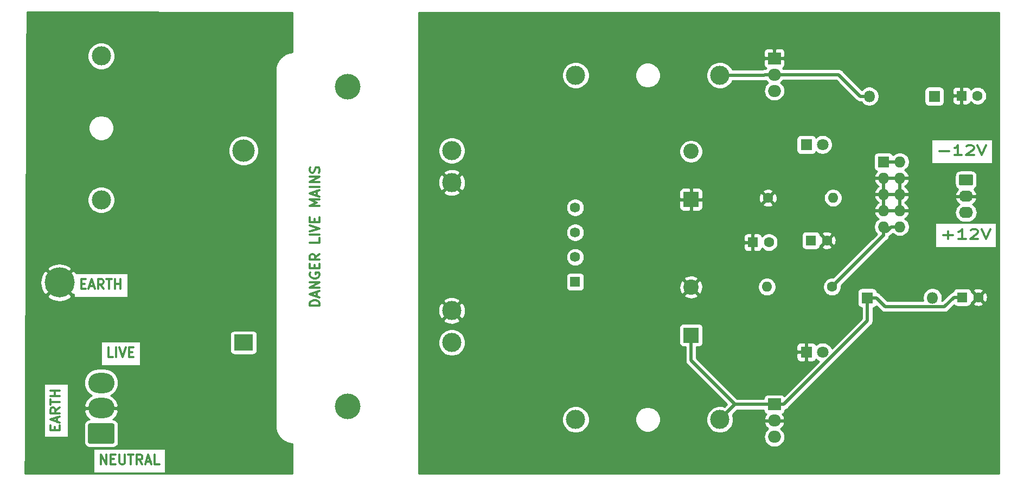
<source format=gbr>
G04 #@! TF.GenerationSoftware,KiCad,Pcbnew,(5.1.5)-3*
G04 #@! TF.CreationDate,2020-08-20T13:57:19+01:00*
G04 #@! TF.ProjectId,KOSMOPSU2,4b4f534d-4f50-4535-9532-2e6b69636164,rev?*
G04 #@! TF.SameCoordinates,Original*
G04 #@! TF.FileFunction,Copper,L1,Top*
G04 #@! TF.FilePolarity,Positive*
%FSLAX46Y46*%
G04 Gerber Fmt 4.6, Leading zero omitted, Abs format (unit mm)*
G04 Created by KiCad (PCBNEW (5.1.5)-3) date 2020-08-20 13:57:19*
%MOMM*%
%LPD*%
G04 APERTURE LIST*
%ADD10C,0.300000*%
%ADD11C,1.600000*%
%ADD12R,1.600000X1.600000*%
%ADD13C,3.000000*%
%ADD14O,1.800000X1.800000*%
%ADD15R,1.800000X1.800000*%
%ADD16O,2.000000X1.905000*%
%ADD17R,2.000000X1.905000*%
%ADD18R,3.000000X2.500000*%
%ADD19C,3.500000*%
%ADD20C,4.000000*%
%ADD21C,2.400000*%
%ADD22R,2.400000X2.400000*%
%ADD23C,1.590000*%
%ADD24R,1.590000X1.590000*%
%ADD25C,1.800000*%
%ADD26C,4.700000*%
%ADD27C,0.100000*%
%ADD28O,4.100000X3.160000*%
%ADD29R,1.727200X1.727200*%
%ADD30O,1.727200X1.727200*%
%ADD31O,2.200000X1.740000*%
%ADD32O,1.600000X1.600000*%
%ADD33C,0.500000*%
%ADD34C,0.254000*%
G04 APERTURE END LIST*
D10*
X71018571Y-96675714D02*
X69518571Y-96675714D01*
X69518571Y-96318571D01*
X69590000Y-96104285D01*
X69732857Y-95961428D01*
X69875714Y-95890000D01*
X70161428Y-95818571D01*
X70375714Y-95818571D01*
X70661428Y-95890000D01*
X70804285Y-95961428D01*
X70947142Y-96104285D01*
X71018571Y-96318571D01*
X71018571Y-96675714D01*
X70590000Y-95247142D02*
X70590000Y-94532857D01*
X71018571Y-95390000D02*
X69518571Y-94890000D01*
X71018571Y-94390000D01*
X71018571Y-93890000D02*
X69518571Y-93890000D01*
X71018571Y-93032857D01*
X69518571Y-93032857D01*
X69590000Y-91532857D02*
X69518571Y-91675714D01*
X69518571Y-91890000D01*
X69590000Y-92104285D01*
X69732857Y-92247142D01*
X69875714Y-92318571D01*
X70161428Y-92390000D01*
X70375714Y-92390000D01*
X70661428Y-92318571D01*
X70804285Y-92247142D01*
X70947142Y-92104285D01*
X71018571Y-91890000D01*
X71018571Y-91747142D01*
X70947142Y-91532857D01*
X70875714Y-91461428D01*
X70375714Y-91461428D01*
X70375714Y-91747142D01*
X70232857Y-90818571D02*
X70232857Y-90318571D01*
X71018571Y-90104285D02*
X71018571Y-90818571D01*
X69518571Y-90818571D01*
X69518571Y-90104285D01*
X71018571Y-88604285D02*
X70304285Y-89104285D01*
X71018571Y-89461428D02*
X69518571Y-89461428D01*
X69518571Y-88890000D01*
X69590000Y-88747142D01*
X69661428Y-88675714D01*
X69804285Y-88604285D01*
X70018571Y-88604285D01*
X70161428Y-88675714D01*
X70232857Y-88747142D01*
X70304285Y-88890000D01*
X70304285Y-89461428D01*
X71018571Y-86104285D02*
X71018571Y-86818571D01*
X69518571Y-86818571D01*
X71018571Y-85604285D02*
X69518571Y-85604285D01*
X69518571Y-85104285D02*
X71018571Y-84604285D01*
X69518571Y-84104285D01*
X70232857Y-83604285D02*
X70232857Y-83104285D01*
X71018571Y-82890000D02*
X71018571Y-83604285D01*
X69518571Y-83604285D01*
X69518571Y-82890000D01*
X71018571Y-81104285D02*
X69518571Y-81104285D01*
X70590000Y-80604285D01*
X69518571Y-80104285D01*
X71018571Y-80104285D01*
X70590000Y-79461428D02*
X70590000Y-78747142D01*
X71018571Y-79604285D02*
X69518571Y-79104285D01*
X71018571Y-78604285D01*
X71018571Y-78104285D02*
X69518571Y-78104285D01*
X71018571Y-77390000D02*
X69518571Y-77390000D01*
X71018571Y-76532857D01*
X69518571Y-76532857D01*
X70947142Y-75890000D02*
X71018571Y-75675714D01*
X71018571Y-75318571D01*
X70947142Y-75175714D01*
X70875714Y-75104285D01*
X70732857Y-75032857D01*
X70590000Y-75032857D01*
X70447142Y-75104285D01*
X70375714Y-75175714D01*
X70304285Y-75318571D01*
X70232857Y-75604285D01*
X70161428Y-75747142D01*
X70090000Y-75818571D01*
X69947142Y-75890000D01*
X69804285Y-75890000D01*
X69661428Y-75818571D01*
X69590000Y-75747142D01*
X69518571Y-75604285D01*
X69518571Y-75247142D01*
X69590000Y-75032857D01*
X33818571Y-93262857D02*
X34318571Y-93262857D01*
X34532857Y-94048571D02*
X33818571Y-94048571D01*
X33818571Y-92548571D01*
X34532857Y-92548571D01*
X35104285Y-93620000D02*
X35818571Y-93620000D01*
X34961428Y-94048571D02*
X35461428Y-92548571D01*
X35961428Y-94048571D01*
X37318571Y-94048571D02*
X36818571Y-93334285D01*
X36461428Y-94048571D02*
X36461428Y-92548571D01*
X37032857Y-92548571D01*
X37175714Y-92620000D01*
X37247142Y-92691428D01*
X37318571Y-92834285D01*
X37318571Y-93048571D01*
X37247142Y-93191428D01*
X37175714Y-93262857D01*
X37032857Y-93334285D01*
X36461428Y-93334285D01*
X37747142Y-92548571D02*
X38604285Y-92548571D01*
X38175714Y-94048571D02*
X38175714Y-92548571D01*
X39104285Y-94048571D02*
X39104285Y-92548571D01*
X39104285Y-93262857D02*
X39961428Y-93262857D01*
X39961428Y-94048571D02*
X39961428Y-92548571D01*
X29692857Y-116121428D02*
X29692857Y-115621428D01*
X30478571Y-115407142D02*
X30478571Y-116121428D01*
X28978571Y-116121428D01*
X28978571Y-115407142D01*
X30050000Y-114835714D02*
X30050000Y-114121428D01*
X30478571Y-114978571D02*
X28978571Y-114478571D01*
X30478571Y-113978571D01*
X30478571Y-112621428D02*
X29764285Y-113121428D01*
X30478571Y-113478571D02*
X28978571Y-113478571D01*
X28978571Y-112907142D01*
X29050000Y-112764285D01*
X29121428Y-112692857D01*
X29264285Y-112621428D01*
X29478571Y-112621428D01*
X29621428Y-112692857D01*
X29692857Y-112764285D01*
X29764285Y-112907142D01*
X29764285Y-113478571D01*
X28978571Y-112192857D02*
X28978571Y-111335714D01*
X30478571Y-111764285D02*
X28978571Y-111764285D01*
X30478571Y-110835714D02*
X28978571Y-110835714D01*
X29692857Y-110835714D02*
X29692857Y-109978571D01*
X30478571Y-109978571D02*
X28978571Y-109978571D01*
X36855714Y-121448571D02*
X36855714Y-119948571D01*
X37712857Y-121448571D01*
X37712857Y-119948571D01*
X38427142Y-120662857D02*
X38927142Y-120662857D01*
X39141428Y-121448571D02*
X38427142Y-121448571D01*
X38427142Y-119948571D01*
X39141428Y-119948571D01*
X39784285Y-119948571D02*
X39784285Y-121162857D01*
X39855714Y-121305714D01*
X39927142Y-121377142D01*
X40070000Y-121448571D01*
X40355714Y-121448571D01*
X40498571Y-121377142D01*
X40570000Y-121305714D01*
X40641428Y-121162857D01*
X40641428Y-119948571D01*
X41141428Y-119948571D02*
X41998571Y-119948571D01*
X41570000Y-121448571D02*
X41570000Y-119948571D01*
X43355714Y-121448571D02*
X42855714Y-120734285D01*
X42498571Y-121448571D02*
X42498571Y-119948571D01*
X43070000Y-119948571D01*
X43212857Y-120020000D01*
X43284285Y-120091428D01*
X43355714Y-120234285D01*
X43355714Y-120448571D01*
X43284285Y-120591428D01*
X43212857Y-120662857D01*
X43070000Y-120734285D01*
X42498571Y-120734285D01*
X43927142Y-121020000D02*
X44641428Y-121020000D01*
X43784285Y-121448571D02*
X44284285Y-119948571D01*
X44784285Y-121448571D01*
X45998571Y-121448571D02*
X45284285Y-121448571D01*
X45284285Y-119948571D01*
X38775714Y-104688571D02*
X38061428Y-104688571D01*
X38061428Y-103188571D01*
X39275714Y-104688571D02*
X39275714Y-103188571D01*
X39775714Y-103188571D02*
X40275714Y-104688571D01*
X40775714Y-103188571D01*
X41275714Y-103902857D02*
X41775714Y-103902857D01*
X41990000Y-104688571D02*
X41275714Y-104688571D01*
X41275714Y-103188571D01*
X41990000Y-103188571D01*
X168396190Y-85647142D02*
X169920000Y-85647142D01*
X169158095Y-86218571D02*
X169158095Y-85075714D01*
X171920000Y-86218571D02*
X170777142Y-86218571D01*
X171348571Y-86218571D02*
X171348571Y-84718571D01*
X171158095Y-84932857D01*
X170967619Y-85075714D01*
X170777142Y-85147142D01*
X172681904Y-84861428D02*
X172777142Y-84790000D01*
X172967619Y-84718571D01*
X173443809Y-84718571D01*
X173634285Y-84790000D01*
X173729523Y-84861428D01*
X173824761Y-85004285D01*
X173824761Y-85147142D01*
X173729523Y-85361428D01*
X172586666Y-86218571D01*
X173824761Y-86218571D01*
X174396190Y-84718571D02*
X175062857Y-86218571D01*
X175729523Y-84718571D01*
X167736190Y-72557142D02*
X169260000Y-72557142D01*
X171260000Y-73128571D02*
X170117142Y-73128571D01*
X170688571Y-73128571D02*
X170688571Y-71628571D01*
X170498095Y-71842857D01*
X170307619Y-71985714D01*
X170117142Y-72057142D01*
X172021904Y-71771428D02*
X172117142Y-71700000D01*
X172307619Y-71628571D01*
X172783809Y-71628571D01*
X172974285Y-71700000D01*
X173069523Y-71771428D01*
X173164761Y-71914285D01*
X173164761Y-72057142D01*
X173069523Y-72271428D01*
X171926666Y-73128571D01*
X173164761Y-73128571D01*
X173736190Y-71628571D02*
X174402857Y-73128571D01*
X175069523Y-71628571D01*
D11*
X173730000Y-63860000D03*
D12*
X171230000Y-63860000D03*
D13*
X111000000Y-114460000D03*
X133500000Y-114460000D03*
X111000000Y-60670000D03*
X133500000Y-60670000D03*
X36930000Y-80160000D03*
X36930000Y-57660000D03*
D11*
X150210000Y-86480000D03*
D12*
X147710000Y-86480000D03*
D11*
X141150000Y-86780000D03*
D12*
X138650000Y-86780000D03*
D11*
X173830000Y-95360000D03*
D12*
X171330000Y-95360000D03*
D14*
X156820000Y-63950000D03*
D15*
X166980000Y-63950000D03*
D14*
X166690000Y-95440000D03*
D15*
X156530000Y-95440000D03*
D16*
X142000000Y-63110000D03*
X142000000Y-60570000D03*
D17*
X142000000Y-58030000D03*
D16*
X142000000Y-117180000D03*
X142000000Y-114640000D03*
D17*
X142000000Y-112100000D03*
D18*
X59160000Y-102440000D03*
D19*
X59160000Y-72440000D03*
D13*
X91660000Y-77440000D03*
X91660000Y-72440000D03*
X91660000Y-102440000D03*
X91660000Y-97440000D03*
D20*
X75410000Y-62440000D03*
X75410000Y-112440000D03*
D21*
X129000000Y-93780000D03*
D22*
X129000000Y-101280000D03*
X129000000Y-80070000D03*
D21*
X129000000Y-72570000D03*
D23*
X110920000Y-81355000D03*
X110920000Y-85220000D03*
X110920000Y-89085000D03*
D24*
X110920000Y-92950000D03*
D25*
X149540000Y-103920000D03*
D15*
X147000000Y-103920000D03*
X147000000Y-71510000D03*
D25*
X149540000Y-71510000D03*
D26*
X30410000Y-93060000D03*
G04 #@! TA.AperFunction,ComponentPad*
D27*
G36*
X38754504Y-115071204D02*
G01*
X38778773Y-115074804D01*
X38802571Y-115080765D01*
X38825671Y-115089030D01*
X38847849Y-115099520D01*
X38868893Y-115112133D01*
X38888598Y-115126747D01*
X38906777Y-115143223D01*
X38923253Y-115161402D01*
X38937867Y-115181107D01*
X38950480Y-115202151D01*
X38960970Y-115224329D01*
X38969235Y-115247429D01*
X38975196Y-115271227D01*
X38978796Y-115295496D01*
X38980000Y-115320000D01*
X38980000Y-117980000D01*
X38978796Y-118004504D01*
X38975196Y-118028773D01*
X38969235Y-118052571D01*
X38960970Y-118075671D01*
X38950480Y-118097849D01*
X38937867Y-118118893D01*
X38923253Y-118138598D01*
X38906777Y-118156777D01*
X38888598Y-118173253D01*
X38868893Y-118187867D01*
X38847849Y-118200480D01*
X38825671Y-118210970D01*
X38802571Y-118219235D01*
X38778773Y-118225196D01*
X38754504Y-118228796D01*
X38730000Y-118230000D01*
X35130000Y-118230000D01*
X35105496Y-118228796D01*
X35081227Y-118225196D01*
X35057429Y-118219235D01*
X35034329Y-118210970D01*
X35012151Y-118200480D01*
X34991107Y-118187867D01*
X34971402Y-118173253D01*
X34953223Y-118156777D01*
X34936747Y-118138598D01*
X34922133Y-118118893D01*
X34909520Y-118097849D01*
X34899030Y-118075671D01*
X34890765Y-118052571D01*
X34884804Y-118028773D01*
X34881204Y-118004504D01*
X34880000Y-117980000D01*
X34880000Y-115320000D01*
X34881204Y-115295496D01*
X34884804Y-115271227D01*
X34890765Y-115247429D01*
X34899030Y-115224329D01*
X34909520Y-115202151D01*
X34922133Y-115181107D01*
X34936747Y-115161402D01*
X34953223Y-115143223D01*
X34971402Y-115126747D01*
X34991107Y-115112133D01*
X35012151Y-115099520D01*
X35034329Y-115089030D01*
X35057429Y-115080765D01*
X35081227Y-115074804D01*
X35105496Y-115071204D01*
X35130000Y-115070000D01*
X38730000Y-115070000D01*
X38754504Y-115071204D01*
G37*
G04 #@! TD.AperFunction*
D28*
X36930000Y-112690000D03*
X36930000Y-108730000D03*
D29*
X159050000Y-74200000D03*
D30*
X161590000Y-74200000D03*
X159050000Y-76740000D03*
X161590000Y-76740000D03*
X159050000Y-79280000D03*
X161590000Y-79280000D03*
X159050000Y-81820000D03*
X161590000Y-81820000D03*
X159050000Y-84360000D03*
X161590000Y-84360000D03*
G04 #@! TA.AperFunction,ComponentPad*
D27*
G36*
X172794505Y-76161204D02*
G01*
X172818773Y-76164804D01*
X172842572Y-76170765D01*
X172865671Y-76179030D01*
X172887850Y-76189520D01*
X172908893Y-76202132D01*
X172928599Y-76216747D01*
X172946777Y-76233223D01*
X172963253Y-76251401D01*
X172977868Y-76271107D01*
X172990480Y-76292150D01*
X173000970Y-76314329D01*
X173009235Y-76337428D01*
X173015196Y-76361227D01*
X173018796Y-76385495D01*
X173020000Y-76409999D01*
X173020000Y-77650001D01*
X173018796Y-77674505D01*
X173015196Y-77698773D01*
X173009235Y-77722572D01*
X173000970Y-77745671D01*
X172990480Y-77767850D01*
X172977868Y-77788893D01*
X172963253Y-77808599D01*
X172946777Y-77826777D01*
X172928599Y-77843253D01*
X172908893Y-77857868D01*
X172887850Y-77870480D01*
X172865671Y-77880970D01*
X172842572Y-77889235D01*
X172818773Y-77895196D01*
X172794505Y-77898796D01*
X172770001Y-77900000D01*
X171069999Y-77900000D01*
X171045495Y-77898796D01*
X171021227Y-77895196D01*
X170997428Y-77889235D01*
X170974329Y-77880970D01*
X170952150Y-77870480D01*
X170931107Y-77857868D01*
X170911401Y-77843253D01*
X170893223Y-77826777D01*
X170876747Y-77808599D01*
X170862132Y-77788893D01*
X170849520Y-77767850D01*
X170839030Y-77745671D01*
X170830765Y-77722572D01*
X170824804Y-77698773D01*
X170821204Y-77674505D01*
X170820000Y-77650001D01*
X170820000Y-76409999D01*
X170821204Y-76385495D01*
X170824804Y-76361227D01*
X170830765Y-76337428D01*
X170839030Y-76314329D01*
X170849520Y-76292150D01*
X170862132Y-76271107D01*
X170876747Y-76251401D01*
X170893223Y-76233223D01*
X170911401Y-76216747D01*
X170931107Y-76202132D01*
X170952150Y-76189520D01*
X170974329Y-76179030D01*
X170997428Y-76170765D01*
X171021227Y-76164804D01*
X171045495Y-76161204D01*
X171069999Y-76160000D01*
X172770001Y-76160000D01*
X172794505Y-76161204D01*
G37*
G04 #@! TD.AperFunction*
D31*
X171920000Y-79570000D03*
X171920000Y-82110000D03*
D32*
X140840000Y-93730000D03*
D11*
X151000000Y-93730000D03*
X141000000Y-79840000D03*
D32*
X151160000Y-79840000D03*
D33*
X142000000Y-112100000D02*
X143500000Y-112100000D01*
X143500000Y-112100000D02*
X156530000Y-99070000D01*
X156530000Y-99070000D02*
X156530000Y-95440000D01*
X135860000Y-112100000D02*
X142000000Y-112100000D01*
X135860000Y-112100000D02*
X133500000Y-114460000D01*
X129000000Y-101280000D02*
X129000000Y-105240000D01*
X129000000Y-105240000D02*
X135860000Y-112100000D01*
X171330000Y-95360000D02*
X170030000Y-95360000D01*
X156530000Y-95440000D02*
X157930000Y-95440000D01*
X157930000Y-95440000D02*
X159314200Y-96824200D01*
X159314200Y-96824200D02*
X168565800Y-96824200D01*
X168565800Y-96824200D02*
X170030000Y-95360000D01*
X142000000Y-60570000D02*
X140500000Y-60570000D01*
X133500000Y-60670000D02*
X140400000Y-60670000D01*
X140400000Y-60670000D02*
X140500000Y-60570000D01*
X156820000Y-63950000D02*
X155420000Y-63950000D01*
X142000000Y-60570000D02*
X152040000Y-60570000D01*
X152040000Y-60570000D02*
X155420000Y-63950000D01*
X161590000Y-74200000D02*
X159050000Y-74200000D01*
X161590000Y-84360000D02*
X160226400Y-84360000D01*
X159050000Y-85041800D02*
X159544600Y-85041800D01*
X159544600Y-85041800D02*
X160226400Y-84360000D01*
X159050000Y-85041800D02*
X159050000Y-85723600D01*
X159050000Y-84360000D02*
X159050000Y-85041800D01*
X151000000Y-93730000D02*
X159006400Y-85723600D01*
X159006400Y-85723600D02*
X159050000Y-85723600D01*
D34*
G36*
X66753000Y-50896726D02*
G01*
X66753000Y-57079587D01*
X66393831Y-57119059D01*
X66335336Y-57131356D01*
X66276587Y-57142851D01*
X66267778Y-57145557D01*
X65874972Y-57269193D01*
X65819951Y-57292629D01*
X65764580Y-57315306D01*
X65756464Y-57319671D01*
X65395153Y-57517250D01*
X65345692Y-57550954D01*
X65295821Y-57583927D01*
X65288707Y-57589785D01*
X64972655Y-57853780D01*
X64930717Y-57896414D01*
X64888166Y-57938480D01*
X64882326Y-57945608D01*
X64623569Y-58265963D01*
X64590717Y-58315922D01*
X64557141Y-58365459D01*
X64552797Y-58373586D01*
X64361191Y-58738099D01*
X64338661Y-58793503D01*
X64315352Y-58848607D01*
X64312669Y-58857423D01*
X64195514Y-59252210D01*
X64184167Y-59310977D01*
X64172014Y-59369515D01*
X64171094Y-59378684D01*
X64133000Y-59787121D01*
X64130000Y-59817582D01*
X64130001Y-115522419D01*
X64130380Y-115526270D01*
X64130391Y-115527187D01*
X64131158Y-115534166D01*
X64133679Y-115559764D01*
X64133808Y-115586974D01*
X64134815Y-115596134D01*
X64182657Y-116005150D01*
X64195372Y-116063606D01*
X64207268Y-116122227D01*
X64210035Y-116131017D01*
X64336411Y-116522951D01*
X64360226Y-116577796D01*
X64383293Y-116633016D01*
X64387715Y-116641101D01*
X64587811Y-117001025D01*
X64621840Y-117050221D01*
X64655179Y-117099889D01*
X64661087Y-117106961D01*
X64927282Y-117421164D01*
X64970226Y-117462821D01*
X65012570Y-117505060D01*
X65019739Y-117510850D01*
X65341893Y-117767364D01*
X65392072Y-117799861D01*
X65441851Y-117833096D01*
X65450008Y-117837383D01*
X65815850Y-118026439D01*
X65871394Y-118048575D01*
X65926674Y-118071505D01*
X65935505Y-118074125D01*
X65935511Y-118074127D01*
X66331105Y-118188522D01*
X66389920Y-118199453D01*
X66448570Y-118211203D01*
X66457746Y-118212059D01*
X66753000Y-118237519D01*
X66753000Y-122920000D01*
X25067861Y-122920000D01*
X25081994Y-118980000D01*
X35713572Y-118980000D01*
X35713572Y-122800000D01*
X46926429Y-122800000D01*
X46926429Y-118980000D01*
X35713572Y-118980000D01*
X25081994Y-118980000D01*
X25118381Y-108836428D01*
X28010000Y-108836428D01*
X28010000Y-117263571D01*
X31830000Y-117263571D01*
X31830000Y-115320000D01*
X34241928Y-115320000D01*
X34241928Y-117980000D01*
X34258992Y-118153254D01*
X34309528Y-118319850D01*
X34391595Y-118473386D01*
X34502038Y-118607962D01*
X34636614Y-118718405D01*
X34790150Y-118800472D01*
X34956746Y-118851008D01*
X35130000Y-118868072D01*
X38730000Y-118868072D01*
X38903254Y-118851008D01*
X39069850Y-118800472D01*
X39223386Y-118718405D01*
X39357962Y-118607962D01*
X39468405Y-118473386D01*
X39550472Y-118319850D01*
X39601008Y-118153254D01*
X39618072Y-117980000D01*
X39618072Y-115320000D01*
X39601008Y-115146746D01*
X39550472Y-114980150D01*
X39468405Y-114826614D01*
X39357962Y-114692038D01*
X39223386Y-114581595D01*
X39069850Y-114499528D01*
X38903254Y-114448992D01*
X38764238Y-114435300D01*
X39056044Y-114166438D01*
X39312262Y-113814991D01*
X39494993Y-113420311D01*
X39564263Y-113161369D01*
X39452324Y-112817000D01*
X37057000Y-112817000D01*
X37057000Y-112837000D01*
X36803000Y-112837000D01*
X36803000Y-112817000D01*
X34407676Y-112817000D01*
X34295737Y-113161369D01*
X34365007Y-113420311D01*
X34547738Y-113814991D01*
X34803956Y-114166438D01*
X35095762Y-114435300D01*
X34956746Y-114448992D01*
X34790150Y-114499528D01*
X34636614Y-114581595D01*
X34502038Y-114692038D01*
X34391595Y-114826614D01*
X34309528Y-114980150D01*
X34258992Y-115146746D01*
X34241928Y-115320000D01*
X31830000Y-115320000D01*
X31830000Y-108836428D01*
X28010000Y-108836428D01*
X25118381Y-108836428D01*
X25118762Y-108730000D01*
X34234283Y-108730000D01*
X34277050Y-109164216D01*
X34403706Y-109581745D01*
X34609384Y-109966542D01*
X34886180Y-110303820D01*
X35223458Y-110580616D01*
X35465713Y-110710104D01*
X35123815Y-110918853D01*
X34803956Y-111213562D01*
X34547738Y-111565009D01*
X34365007Y-111959689D01*
X34295737Y-112218631D01*
X34407676Y-112563000D01*
X36803000Y-112563000D01*
X36803000Y-112543000D01*
X37057000Y-112543000D01*
X37057000Y-112563000D01*
X39452324Y-112563000D01*
X39564263Y-112218631D01*
X39494993Y-111959689D01*
X39312262Y-111565009D01*
X39056044Y-111213562D01*
X38736185Y-110918853D01*
X38394287Y-110710104D01*
X38636542Y-110580616D01*
X38973820Y-110303820D01*
X39250616Y-109966542D01*
X39456294Y-109581745D01*
X39582950Y-109164216D01*
X39625717Y-108730000D01*
X39582950Y-108295784D01*
X39456294Y-107878255D01*
X39250616Y-107493458D01*
X38973820Y-107156180D01*
X38636542Y-106879384D01*
X38251745Y-106673706D01*
X37834216Y-106547050D01*
X37508810Y-106515000D01*
X36351190Y-106515000D01*
X36025784Y-106547050D01*
X35608255Y-106673706D01*
X35223458Y-106879384D01*
X34886180Y-107156180D01*
X34609384Y-107493458D01*
X34403706Y-107878255D01*
X34277050Y-108295784D01*
X34234283Y-108730000D01*
X25118762Y-108730000D01*
X25142114Y-102220000D01*
X36919286Y-102220000D01*
X36919286Y-106040000D01*
X43060715Y-106040000D01*
X43060715Y-102220000D01*
X36919286Y-102220000D01*
X25142114Y-102220000D01*
X25145808Y-101190000D01*
X57021928Y-101190000D01*
X57021928Y-103690000D01*
X57034188Y-103814482D01*
X57070498Y-103934180D01*
X57129463Y-104044494D01*
X57208815Y-104141185D01*
X57305506Y-104220537D01*
X57415820Y-104279502D01*
X57535518Y-104315812D01*
X57660000Y-104328072D01*
X60660000Y-104328072D01*
X60784482Y-104315812D01*
X60904180Y-104279502D01*
X61014494Y-104220537D01*
X61111185Y-104141185D01*
X61190537Y-104044494D01*
X61249502Y-103934180D01*
X61285812Y-103814482D01*
X61298072Y-103690000D01*
X61298072Y-101190000D01*
X61285812Y-101065518D01*
X61249502Y-100945820D01*
X61190537Y-100835506D01*
X61111185Y-100738815D01*
X61014494Y-100659463D01*
X60904180Y-100600498D01*
X60784482Y-100564188D01*
X60660000Y-100551928D01*
X57660000Y-100551928D01*
X57535518Y-100564188D01*
X57415820Y-100600498D01*
X57305506Y-100659463D01*
X57208815Y-100738815D01*
X57129463Y-100835506D01*
X57070498Y-100945820D01*
X57034188Y-101065518D01*
X57021928Y-101190000D01*
X25145808Y-101190000D01*
X25167453Y-95156468D01*
X28493137Y-95156468D01*
X28751298Y-95559073D01*
X29270715Y-95834651D01*
X29833913Y-96003601D01*
X30419250Y-96059430D01*
X31004233Y-95999992D01*
X31566379Y-95827571D01*
X32068702Y-95559073D01*
X32326863Y-95156468D01*
X30410000Y-93239605D01*
X28493137Y-95156468D01*
X25167453Y-95156468D01*
X25174941Y-93069250D01*
X27410570Y-93069250D01*
X27470008Y-93654233D01*
X27642429Y-94216379D01*
X27910927Y-94718702D01*
X28313532Y-94976863D01*
X30230395Y-93060000D01*
X30589605Y-93060000D01*
X32506468Y-94976863D01*
X32676429Y-94867880D01*
X32676429Y-95400000D01*
X41103572Y-95400000D01*
X41103572Y-91580000D01*
X33004591Y-91580000D01*
X32909073Y-91401298D01*
X32506468Y-91143137D01*
X30589605Y-93060000D01*
X30230395Y-93060000D01*
X28313532Y-91143137D01*
X27910927Y-91401298D01*
X27635349Y-91920715D01*
X27466399Y-92483913D01*
X27410570Y-93069250D01*
X25174941Y-93069250D01*
X25182494Y-90963532D01*
X28493137Y-90963532D01*
X30410000Y-92880395D01*
X32326863Y-90963532D01*
X32068702Y-90560927D01*
X31549285Y-90285349D01*
X30986087Y-90116399D01*
X30400750Y-90060570D01*
X29815767Y-90120008D01*
X29253621Y-90292429D01*
X28751298Y-90560927D01*
X28493137Y-90963532D01*
X25182494Y-90963532D01*
X25222003Y-79949721D01*
X34795000Y-79949721D01*
X34795000Y-80370279D01*
X34877047Y-80782756D01*
X35037988Y-81171302D01*
X35271637Y-81520983D01*
X35569017Y-81818363D01*
X35918698Y-82052012D01*
X36307244Y-82212953D01*
X36719721Y-82295000D01*
X37140279Y-82295000D01*
X37552756Y-82212953D01*
X37941302Y-82052012D01*
X38290983Y-81818363D01*
X38588363Y-81520983D01*
X38822012Y-81171302D01*
X38982953Y-80782756D01*
X39065000Y-80370279D01*
X39065000Y-79949721D01*
X38982953Y-79537244D01*
X38822012Y-79148698D01*
X38588363Y-78799017D01*
X38290983Y-78501637D01*
X37941302Y-78267988D01*
X37552756Y-78107047D01*
X37140279Y-78025000D01*
X36719721Y-78025000D01*
X36307244Y-78107047D01*
X35918698Y-78267988D01*
X35569017Y-78501637D01*
X35271637Y-78799017D01*
X35037988Y-79148698D01*
X34877047Y-79537244D01*
X34795000Y-79949721D01*
X25222003Y-79949721D01*
X25249784Y-72205098D01*
X56775000Y-72205098D01*
X56775000Y-72674902D01*
X56866654Y-73135679D01*
X57046440Y-73569721D01*
X57307450Y-73960349D01*
X57639651Y-74292550D01*
X58030279Y-74553560D01*
X58464321Y-74733346D01*
X58925098Y-74825000D01*
X59394902Y-74825000D01*
X59855679Y-74733346D01*
X60289721Y-74553560D01*
X60680349Y-74292550D01*
X61012550Y-73960349D01*
X61273560Y-73569721D01*
X61453346Y-73135679D01*
X61545000Y-72674902D01*
X61545000Y-72205098D01*
X61453346Y-71744321D01*
X61273560Y-71310279D01*
X61012550Y-70919651D01*
X60680349Y-70587450D01*
X60289721Y-70326440D01*
X59855679Y-70146654D01*
X59394902Y-70055000D01*
X58925098Y-70055000D01*
X58464321Y-70146654D01*
X58030279Y-70326440D01*
X57639651Y-70587450D01*
X57307450Y-70919651D01*
X57046440Y-71310279D01*
X56866654Y-71744321D01*
X56775000Y-72205098D01*
X25249784Y-72205098D01*
X25262306Y-68714495D01*
X34945000Y-68714495D01*
X34945000Y-69105505D01*
X35021282Y-69489003D01*
X35170915Y-69850250D01*
X35388149Y-70175364D01*
X35664636Y-70451851D01*
X35989750Y-70669085D01*
X36350997Y-70818718D01*
X36734495Y-70895000D01*
X37125505Y-70895000D01*
X37509003Y-70818718D01*
X37870250Y-70669085D01*
X38195364Y-70451851D01*
X38471851Y-70175364D01*
X38689085Y-69850250D01*
X38838718Y-69489003D01*
X38915000Y-69105505D01*
X38915000Y-68714495D01*
X38838718Y-68330997D01*
X38689085Y-67969750D01*
X38471851Y-67644636D01*
X38195364Y-67368149D01*
X37870250Y-67150915D01*
X37509003Y-67001282D01*
X37125505Y-66925000D01*
X36734495Y-66925000D01*
X36350997Y-67001282D01*
X35989750Y-67150915D01*
X35664636Y-67368149D01*
X35388149Y-67644636D01*
X35170915Y-67969750D01*
X35021282Y-68330997D01*
X34945000Y-68714495D01*
X25262306Y-68714495D01*
X25302715Y-57449721D01*
X34795000Y-57449721D01*
X34795000Y-57870279D01*
X34877047Y-58282756D01*
X35037988Y-58671302D01*
X35271637Y-59020983D01*
X35569017Y-59318363D01*
X35918698Y-59552012D01*
X36307244Y-59712953D01*
X36719721Y-59795000D01*
X37140279Y-59795000D01*
X37552756Y-59712953D01*
X37941302Y-59552012D01*
X38290983Y-59318363D01*
X38588363Y-59020983D01*
X38822012Y-58671302D01*
X38982953Y-58282756D01*
X39065000Y-57870279D01*
X39065000Y-57449721D01*
X38982953Y-57037244D01*
X38822012Y-56648698D01*
X38588363Y-56299017D01*
X38290983Y-56001637D01*
X37941302Y-55767988D01*
X37552756Y-55607047D01*
X37140279Y-55525000D01*
X36719721Y-55525000D01*
X36307244Y-55607047D01*
X35918698Y-55767988D01*
X35569017Y-56001637D01*
X35271637Y-56299017D01*
X35037988Y-56648698D01*
X34877047Y-57037244D01*
X34795000Y-57449721D01*
X25302715Y-57449721D01*
X25326544Y-50807274D01*
X66753000Y-50896726D01*
G37*
X66753000Y-50896726D02*
X66753000Y-57079587D01*
X66393831Y-57119059D01*
X66335336Y-57131356D01*
X66276587Y-57142851D01*
X66267778Y-57145557D01*
X65874972Y-57269193D01*
X65819951Y-57292629D01*
X65764580Y-57315306D01*
X65756464Y-57319671D01*
X65395153Y-57517250D01*
X65345692Y-57550954D01*
X65295821Y-57583927D01*
X65288707Y-57589785D01*
X64972655Y-57853780D01*
X64930717Y-57896414D01*
X64888166Y-57938480D01*
X64882326Y-57945608D01*
X64623569Y-58265963D01*
X64590717Y-58315922D01*
X64557141Y-58365459D01*
X64552797Y-58373586D01*
X64361191Y-58738099D01*
X64338661Y-58793503D01*
X64315352Y-58848607D01*
X64312669Y-58857423D01*
X64195514Y-59252210D01*
X64184167Y-59310977D01*
X64172014Y-59369515D01*
X64171094Y-59378684D01*
X64133000Y-59787121D01*
X64130000Y-59817582D01*
X64130001Y-115522419D01*
X64130380Y-115526270D01*
X64130391Y-115527187D01*
X64131158Y-115534166D01*
X64133679Y-115559764D01*
X64133808Y-115586974D01*
X64134815Y-115596134D01*
X64182657Y-116005150D01*
X64195372Y-116063606D01*
X64207268Y-116122227D01*
X64210035Y-116131017D01*
X64336411Y-116522951D01*
X64360226Y-116577796D01*
X64383293Y-116633016D01*
X64387715Y-116641101D01*
X64587811Y-117001025D01*
X64621840Y-117050221D01*
X64655179Y-117099889D01*
X64661087Y-117106961D01*
X64927282Y-117421164D01*
X64970226Y-117462821D01*
X65012570Y-117505060D01*
X65019739Y-117510850D01*
X65341893Y-117767364D01*
X65392072Y-117799861D01*
X65441851Y-117833096D01*
X65450008Y-117837383D01*
X65815850Y-118026439D01*
X65871394Y-118048575D01*
X65926674Y-118071505D01*
X65935505Y-118074125D01*
X65935511Y-118074127D01*
X66331105Y-118188522D01*
X66389920Y-118199453D01*
X66448570Y-118211203D01*
X66457746Y-118212059D01*
X66753000Y-118237519D01*
X66753000Y-122920000D01*
X25067861Y-122920000D01*
X25081994Y-118980000D01*
X35713572Y-118980000D01*
X35713572Y-122800000D01*
X46926429Y-122800000D01*
X46926429Y-118980000D01*
X35713572Y-118980000D01*
X25081994Y-118980000D01*
X25118381Y-108836428D01*
X28010000Y-108836428D01*
X28010000Y-117263571D01*
X31830000Y-117263571D01*
X31830000Y-115320000D01*
X34241928Y-115320000D01*
X34241928Y-117980000D01*
X34258992Y-118153254D01*
X34309528Y-118319850D01*
X34391595Y-118473386D01*
X34502038Y-118607962D01*
X34636614Y-118718405D01*
X34790150Y-118800472D01*
X34956746Y-118851008D01*
X35130000Y-118868072D01*
X38730000Y-118868072D01*
X38903254Y-118851008D01*
X39069850Y-118800472D01*
X39223386Y-118718405D01*
X39357962Y-118607962D01*
X39468405Y-118473386D01*
X39550472Y-118319850D01*
X39601008Y-118153254D01*
X39618072Y-117980000D01*
X39618072Y-115320000D01*
X39601008Y-115146746D01*
X39550472Y-114980150D01*
X39468405Y-114826614D01*
X39357962Y-114692038D01*
X39223386Y-114581595D01*
X39069850Y-114499528D01*
X38903254Y-114448992D01*
X38764238Y-114435300D01*
X39056044Y-114166438D01*
X39312262Y-113814991D01*
X39494993Y-113420311D01*
X39564263Y-113161369D01*
X39452324Y-112817000D01*
X37057000Y-112817000D01*
X37057000Y-112837000D01*
X36803000Y-112837000D01*
X36803000Y-112817000D01*
X34407676Y-112817000D01*
X34295737Y-113161369D01*
X34365007Y-113420311D01*
X34547738Y-113814991D01*
X34803956Y-114166438D01*
X35095762Y-114435300D01*
X34956746Y-114448992D01*
X34790150Y-114499528D01*
X34636614Y-114581595D01*
X34502038Y-114692038D01*
X34391595Y-114826614D01*
X34309528Y-114980150D01*
X34258992Y-115146746D01*
X34241928Y-115320000D01*
X31830000Y-115320000D01*
X31830000Y-108836428D01*
X28010000Y-108836428D01*
X25118381Y-108836428D01*
X25118762Y-108730000D01*
X34234283Y-108730000D01*
X34277050Y-109164216D01*
X34403706Y-109581745D01*
X34609384Y-109966542D01*
X34886180Y-110303820D01*
X35223458Y-110580616D01*
X35465713Y-110710104D01*
X35123815Y-110918853D01*
X34803956Y-111213562D01*
X34547738Y-111565009D01*
X34365007Y-111959689D01*
X34295737Y-112218631D01*
X34407676Y-112563000D01*
X36803000Y-112563000D01*
X36803000Y-112543000D01*
X37057000Y-112543000D01*
X37057000Y-112563000D01*
X39452324Y-112563000D01*
X39564263Y-112218631D01*
X39494993Y-111959689D01*
X39312262Y-111565009D01*
X39056044Y-111213562D01*
X38736185Y-110918853D01*
X38394287Y-110710104D01*
X38636542Y-110580616D01*
X38973820Y-110303820D01*
X39250616Y-109966542D01*
X39456294Y-109581745D01*
X39582950Y-109164216D01*
X39625717Y-108730000D01*
X39582950Y-108295784D01*
X39456294Y-107878255D01*
X39250616Y-107493458D01*
X38973820Y-107156180D01*
X38636542Y-106879384D01*
X38251745Y-106673706D01*
X37834216Y-106547050D01*
X37508810Y-106515000D01*
X36351190Y-106515000D01*
X36025784Y-106547050D01*
X35608255Y-106673706D01*
X35223458Y-106879384D01*
X34886180Y-107156180D01*
X34609384Y-107493458D01*
X34403706Y-107878255D01*
X34277050Y-108295784D01*
X34234283Y-108730000D01*
X25118762Y-108730000D01*
X25142114Y-102220000D01*
X36919286Y-102220000D01*
X36919286Y-106040000D01*
X43060715Y-106040000D01*
X43060715Y-102220000D01*
X36919286Y-102220000D01*
X25142114Y-102220000D01*
X25145808Y-101190000D01*
X57021928Y-101190000D01*
X57021928Y-103690000D01*
X57034188Y-103814482D01*
X57070498Y-103934180D01*
X57129463Y-104044494D01*
X57208815Y-104141185D01*
X57305506Y-104220537D01*
X57415820Y-104279502D01*
X57535518Y-104315812D01*
X57660000Y-104328072D01*
X60660000Y-104328072D01*
X60784482Y-104315812D01*
X60904180Y-104279502D01*
X61014494Y-104220537D01*
X61111185Y-104141185D01*
X61190537Y-104044494D01*
X61249502Y-103934180D01*
X61285812Y-103814482D01*
X61298072Y-103690000D01*
X61298072Y-101190000D01*
X61285812Y-101065518D01*
X61249502Y-100945820D01*
X61190537Y-100835506D01*
X61111185Y-100738815D01*
X61014494Y-100659463D01*
X60904180Y-100600498D01*
X60784482Y-100564188D01*
X60660000Y-100551928D01*
X57660000Y-100551928D01*
X57535518Y-100564188D01*
X57415820Y-100600498D01*
X57305506Y-100659463D01*
X57208815Y-100738815D01*
X57129463Y-100835506D01*
X57070498Y-100945820D01*
X57034188Y-101065518D01*
X57021928Y-101190000D01*
X25145808Y-101190000D01*
X25167453Y-95156468D01*
X28493137Y-95156468D01*
X28751298Y-95559073D01*
X29270715Y-95834651D01*
X29833913Y-96003601D01*
X30419250Y-96059430D01*
X31004233Y-95999992D01*
X31566379Y-95827571D01*
X32068702Y-95559073D01*
X32326863Y-95156468D01*
X30410000Y-93239605D01*
X28493137Y-95156468D01*
X25167453Y-95156468D01*
X25174941Y-93069250D01*
X27410570Y-93069250D01*
X27470008Y-93654233D01*
X27642429Y-94216379D01*
X27910927Y-94718702D01*
X28313532Y-94976863D01*
X30230395Y-93060000D01*
X30589605Y-93060000D01*
X32506468Y-94976863D01*
X32676429Y-94867880D01*
X32676429Y-95400000D01*
X41103572Y-95400000D01*
X41103572Y-91580000D01*
X33004591Y-91580000D01*
X32909073Y-91401298D01*
X32506468Y-91143137D01*
X30589605Y-93060000D01*
X30230395Y-93060000D01*
X28313532Y-91143137D01*
X27910927Y-91401298D01*
X27635349Y-91920715D01*
X27466399Y-92483913D01*
X27410570Y-93069250D01*
X25174941Y-93069250D01*
X25182494Y-90963532D01*
X28493137Y-90963532D01*
X30410000Y-92880395D01*
X32326863Y-90963532D01*
X32068702Y-90560927D01*
X31549285Y-90285349D01*
X30986087Y-90116399D01*
X30400750Y-90060570D01*
X29815767Y-90120008D01*
X29253621Y-90292429D01*
X28751298Y-90560927D01*
X28493137Y-90963532D01*
X25182494Y-90963532D01*
X25222003Y-79949721D01*
X34795000Y-79949721D01*
X34795000Y-80370279D01*
X34877047Y-80782756D01*
X35037988Y-81171302D01*
X35271637Y-81520983D01*
X35569017Y-81818363D01*
X35918698Y-82052012D01*
X36307244Y-82212953D01*
X36719721Y-82295000D01*
X37140279Y-82295000D01*
X37552756Y-82212953D01*
X37941302Y-82052012D01*
X38290983Y-81818363D01*
X38588363Y-81520983D01*
X38822012Y-81171302D01*
X38982953Y-80782756D01*
X39065000Y-80370279D01*
X39065000Y-79949721D01*
X38982953Y-79537244D01*
X38822012Y-79148698D01*
X38588363Y-78799017D01*
X38290983Y-78501637D01*
X37941302Y-78267988D01*
X37552756Y-78107047D01*
X37140279Y-78025000D01*
X36719721Y-78025000D01*
X36307244Y-78107047D01*
X35918698Y-78267988D01*
X35569017Y-78501637D01*
X35271637Y-78799017D01*
X35037988Y-79148698D01*
X34877047Y-79537244D01*
X34795000Y-79949721D01*
X25222003Y-79949721D01*
X25249784Y-72205098D01*
X56775000Y-72205098D01*
X56775000Y-72674902D01*
X56866654Y-73135679D01*
X57046440Y-73569721D01*
X57307450Y-73960349D01*
X57639651Y-74292550D01*
X58030279Y-74553560D01*
X58464321Y-74733346D01*
X58925098Y-74825000D01*
X59394902Y-74825000D01*
X59855679Y-74733346D01*
X60289721Y-74553560D01*
X60680349Y-74292550D01*
X61012550Y-73960349D01*
X61273560Y-73569721D01*
X61453346Y-73135679D01*
X61545000Y-72674902D01*
X61545000Y-72205098D01*
X61453346Y-71744321D01*
X61273560Y-71310279D01*
X61012550Y-70919651D01*
X60680349Y-70587450D01*
X60289721Y-70326440D01*
X59855679Y-70146654D01*
X59394902Y-70055000D01*
X58925098Y-70055000D01*
X58464321Y-70146654D01*
X58030279Y-70326440D01*
X57639651Y-70587450D01*
X57307450Y-70919651D01*
X57046440Y-71310279D01*
X56866654Y-71744321D01*
X56775000Y-72205098D01*
X25249784Y-72205098D01*
X25262306Y-68714495D01*
X34945000Y-68714495D01*
X34945000Y-69105505D01*
X35021282Y-69489003D01*
X35170915Y-69850250D01*
X35388149Y-70175364D01*
X35664636Y-70451851D01*
X35989750Y-70669085D01*
X36350997Y-70818718D01*
X36734495Y-70895000D01*
X37125505Y-70895000D01*
X37509003Y-70818718D01*
X37870250Y-70669085D01*
X38195364Y-70451851D01*
X38471851Y-70175364D01*
X38689085Y-69850250D01*
X38838718Y-69489003D01*
X38915000Y-69105505D01*
X38915000Y-68714495D01*
X38838718Y-68330997D01*
X38689085Y-67969750D01*
X38471851Y-67644636D01*
X38195364Y-67368149D01*
X37870250Y-67150915D01*
X37509003Y-67001282D01*
X37125505Y-66925000D01*
X36734495Y-66925000D01*
X36350997Y-67001282D01*
X35989750Y-67150915D01*
X35664636Y-67368149D01*
X35388149Y-67644636D01*
X35170915Y-67969750D01*
X35021282Y-68330997D01*
X34945000Y-68714495D01*
X25262306Y-68714495D01*
X25302715Y-57449721D01*
X34795000Y-57449721D01*
X34795000Y-57870279D01*
X34877047Y-58282756D01*
X35037988Y-58671302D01*
X35271637Y-59020983D01*
X35569017Y-59318363D01*
X35918698Y-59552012D01*
X36307244Y-59712953D01*
X36719721Y-59795000D01*
X37140279Y-59795000D01*
X37552756Y-59712953D01*
X37941302Y-59552012D01*
X38290983Y-59318363D01*
X38588363Y-59020983D01*
X38822012Y-58671302D01*
X38982953Y-58282756D01*
X39065000Y-57870279D01*
X39065000Y-57449721D01*
X38982953Y-57037244D01*
X38822012Y-56648698D01*
X38588363Y-56299017D01*
X38290983Y-56001637D01*
X37941302Y-55767988D01*
X37552756Y-55607047D01*
X37140279Y-55525000D01*
X36719721Y-55525000D01*
X36307244Y-55607047D01*
X35918698Y-55767988D01*
X35569017Y-56001637D01*
X35271637Y-56299017D01*
X35037988Y-56648698D01*
X34877047Y-57037244D01*
X34795000Y-57449721D01*
X25302715Y-57449721D01*
X25326544Y-50807274D01*
X66753000Y-50896726D01*
G36*
X177083000Y-122920000D02*
G01*
X86537000Y-122920000D01*
X86537000Y-117180000D01*
X140357319Y-117180000D01*
X140387970Y-117491204D01*
X140478745Y-117790449D01*
X140626155Y-118066235D01*
X140824537Y-118307963D01*
X141066265Y-118506345D01*
X141342051Y-118653755D01*
X141641296Y-118744530D01*
X141874514Y-118767500D01*
X142125486Y-118767500D01*
X142358704Y-118744530D01*
X142657949Y-118653755D01*
X142933735Y-118506345D01*
X143175463Y-118307963D01*
X143373845Y-118066235D01*
X143521255Y-117790449D01*
X143612030Y-117491204D01*
X143642681Y-117180000D01*
X143612030Y-116868796D01*
X143521255Y-116569551D01*
X143373845Y-116293765D01*
X143175463Y-116052037D01*
X142996101Y-115904837D01*
X143181315Y-115749437D01*
X143375969Y-115506923D01*
X143519571Y-115231094D01*
X143590563Y-115012980D01*
X143470594Y-114767000D01*
X142127000Y-114767000D01*
X142127000Y-114787000D01*
X141873000Y-114787000D01*
X141873000Y-114767000D01*
X140529406Y-114767000D01*
X140409437Y-115012980D01*
X140480429Y-115231094D01*
X140624031Y-115506923D01*
X140818685Y-115749437D01*
X141003899Y-115904837D01*
X140824537Y-116052037D01*
X140626155Y-116293765D01*
X140478745Y-116569551D01*
X140387970Y-116868796D01*
X140357319Y-117180000D01*
X86537000Y-117180000D01*
X86537000Y-114249721D01*
X108865000Y-114249721D01*
X108865000Y-114670279D01*
X108947047Y-115082756D01*
X109107988Y-115471302D01*
X109341637Y-115820983D01*
X109639017Y-116118363D01*
X109988698Y-116352012D01*
X110377244Y-116512953D01*
X110789721Y-116595000D01*
X111210279Y-116595000D01*
X111622756Y-116512953D01*
X112011302Y-116352012D01*
X112360983Y-116118363D01*
X112658363Y-115820983D01*
X112892012Y-115471302D01*
X113052953Y-115082756D01*
X113135000Y-114670279D01*
X113135000Y-114264495D01*
X120265000Y-114264495D01*
X120265000Y-114655505D01*
X120341282Y-115039003D01*
X120490915Y-115400250D01*
X120708149Y-115725364D01*
X120984636Y-116001851D01*
X121309750Y-116219085D01*
X121670997Y-116368718D01*
X122054495Y-116445000D01*
X122445505Y-116445000D01*
X122829003Y-116368718D01*
X123190250Y-116219085D01*
X123515364Y-116001851D01*
X123791851Y-115725364D01*
X124009085Y-115400250D01*
X124158718Y-115039003D01*
X124235000Y-114655505D01*
X124235000Y-114264495D01*
X124158718Y-113880997D01*
X124009085Y-113519750D01*
X123791851Y-113194636D01*
X123515364Y-112918149D01*
X123190250Y-112700915D01*
X122829003Y-112551282D01*
X122445505Y-112475000D01*
X122054495Y-112475000D01*
X121670997Y-112551282D01*
X121309750Y-112700915D01*
X120984636Y-112918149D01*
X120708149Y-113194636D01*
X120490915Y-113519750D01*
X120341282Y-113880997D01*
X120265000Y-114264495D01*
X113135000Y-114264495D01*
X113135000Y-114249721D01*
X113052953Y-113837244D01*
X112892012Y-113448698D01*
X112658363Y-113099017D01*
X112360983Y-112801637D01*
X112011302Y-112567988D01*
X111622756Y-112407047D01*
X111210279Y-112325000D01*
X110789721Y-112325000D01*
X110377244Y-112407047D01*
X109988698Y-112567988D01*
X109639017Y-112801637D01*
X109341637Y-113099017D01*
X109107988Y-113448698D01*
X108947047Y-113837244D01*
X108865000Y-114249721D01*
X86537000Y-114249721D01*
X86537000Y-102229721D01*
X89525000Y-102229721D01*
X89525000Y-102650279D01*
X89607047Y-103062756D01*
X89767988Y-103451302D01*
X90001637Y-103800983D01*
X90299017Y-104098363D01*
X90648698Y-104332012D01*
X91037244Y-104492953D01*
X91449721Y-104575000D01*
X91870279Y-104575000D01*
X92282756Y-104492953D01*
X92671302Y-104332012D01*
X93020983Y-104098363D01*
X93318363Y-103800983D01*
X93552012Y-103451302D01*
X93712953Y-103062756D01*
X93795000Y-102650279D01*
X93795000Y-102229721D01*
X93712953Y-101817244D01*
X93552012Y-101428698D01*
X93318363Y-101079017D01*
X93020983Y-100781637D01*
X92671302Y-100547988D01*
X92282756Y-100387047D01*
X91870279Y-100305000D01*
X91449721Y-100305000D01*
X91037244Y-100387047D01*
X90648698Y-100547988D01*
X90299017Y-100781637D01*
X90001637Y-101079017D01*
X89767988Y-101428698D01*
X89607047Y-101817244D01*
X89525000Y-102229721D01*
X86537000Y-102229721D01*
X86537000Y-100080000D01*
X127161928Y-100080000D01*
X127161928Y-102480000D01*
X127174188Y-102604482D01*
X127210498Y-102724180D01*
X127269463Y-102834494D01*
X127348815Y-102931185D01*
X127445506Y-103010537D01*
X127555820Y-103069502D01*
X127675518Y-103105812D01*
X127800000Y-103118072D01*
X128115000Y-103118072D01*
X128115001Y-105196521D01*
X128110719Y-105240000D01*
X128127805Y-105413490D01*
X128178412Y-105580313D01*
X128260590Y-105734059D01*
X128343468Y-105835046D01*
X128343471Y-105835049D01*
X128371184Y-105868817D01*
X128404952Y-105896530D01*
X134608421Y-112100000D01*
X134249058Y-112459363D01*
X134122756Y-112407047D01*
X133710279Y-112325000D01*
X133289721Y-112325000D01*
X132877244Y-112407047D01*
X132488698Y-112567988D01*
X132139017Y-112801637D01*
X131841637Y-113099017D01*
X131607988Y-113448698D01*
X131447047Y-113837244D01*
X131365000Y-114249721D01*
X131365000Y-114670279D01*
X131447047Y-115082756D01*
X131607988Y-115471302D01*
X131841637Y-115820983D01*
X132139017Y-116118363D01*
X132488698Y-116352012D01*
X132877244Y-116512953D01*
X133289721Y-116595000D01*
X133710279Y-116595000D01*
X134122756Y-116512953D01*
X134511302Y-116352012D01*
X134860983Y-116118363D01*
X135158363Y-115820983D01*
X135392012Y-115471302D01*
X135552953Y-115082756D01*
X135635000Y-114670279D01*
X135635000Y-114249721D01*
X135552953Y-113837244D01*
X135500637Y-113710942D01*
X136226579Y-112985000D01*
X140361928Y-112985000D01*
X140361928Y-113052500D01*
X140374188Y-113176982D01*
X140410498Y-113296680D01*
X140469463Y-113406994D01*
X140548815Y-113503685D01*
X140645506Y-113583037D01*
X140737219Y-113632059D01*
X140624031Y-113773077D01*
X140480429Y-114048906D01*
X140409437Y-114267020D01*
X140529406Y-114513000D01*
X141873000Y-114513000D01*
X141873000Y-114493000D01*
X142127000Y-114493000D01*
X142127000Y-114513000D01*
X143470594Y-114513000D01*
X143590563Y-114267020D01*
X143519571Y-114048906D01*
X143375969Y-113773077D01*
X143262781Y-113632059D01*
X143354494Y-113583037D01*
X143451185Y-113503685D01*
X143530537Y-113406994D01*
X143589502Y-113296680D01*
X143625812Y-113176982D01*
X143638072Y-113052500D01*
X143638072Y-112975683D01*
X143673490Y-112972195D01*
X143840313Y-112921589D01*
X143994059Y-112839411D01*
X144128817Y-112728817D01*
X144156534Y-112695044D01*
X157125051Y-99726528D01*
X157158817Y-99698817D01*
X157252306Y-99584902D01*
X157269411Y-99564059D01*
X157284765Y-99535334D01*
X157351589Y-99410313D01*
X157402195Y-99243490D01*
X157415000Y-99113477D01*
X157415000Y-99113469D01*
X157419281Y-99070000D01*
X157415000Y-99026531D01*
X157415000Y-96978072D01*
X157430000Y-96978072D01*
X157554482Y-96965812D01*
X157674180Y-96929502D01*
X157784494Y-96870537D01*
X157881185Y-96791185D01*
X157948087Y-96709665D01*
X158657670Y-97419249D01*
X158685383Y-97453017D01*
X158719151Y-97480730D01*
X158719153Y-97480732D01*
X158790652Y-97539410D01*
X158820141Y-97563611D01*
X158973887Y-97645789D01*
X159140710Y-97696395D01*
X159270723Y-97709200D01*
X159270733Y-97709200D01*
X159314199Y-97713481D01*
X159357665Y-97709200D01*
X168522331Y-97709200D01*
X168565800Y-97713481D01*
X168609269Y-97709200D01*
X168609277Y-97709200D01*
X168739290Y-97696395D01*
X168906113Y-97645789D01*
X169059859Y-97563611D01*
X169194617Y-97453017D01*
X169222334Y-97419244D01*
X170056989Y-96584590D01*
X170078815Y-96611185D01*
X170175506Y-96690537D01*
X170285820Y-96749502D01*
X170405518Y-96785812D01*
X170530000Y-96798072D01*
X172130000Y-96798072D01*
X172254482Y-96785812D01*
X172374180Y-96749502D01*
X172484494Y-96690537D01*
X172581185Y-96611185D01*
X172660537Y-96514494D01*
X172719502Y-96404180D01*
X172735117Y-96352702D01*
X173016903Y-96352702D01*
X173088486Y-96596671D01*
X173343996Y-96717571D01*
X173618184Y-96786300D01*
X173900512Y-96800217D01*
X174180130Y-96758787D01*
X174446292Y-96663603D01*
X174571514Y-96596671D01*
X174643097Y-96352702D01*
X173830000Y-95539605D01*
X173016903Y-96352702D01*
X172735117Y-96352702D01*
X172755812Y-96284482D01*
X172768072Y-96160000D01*
X172768072Y-96152785D01*
X172837298Y-96173097D01*
X173650395Y-95360000D01*
X174009605Y-95360000D01*
X174822702Y-96173097D01*
X175066671Y-96101514D01*
X175187571Y-95846004D01*
X175256300Y-95571816D01*
X175270217Y-95289488D01*
X175228787Y-95009870D01*
X175133603Y-94743708D01*
X175066671Y-94618486D01*
X174822702Y-94546903D01*
X174009605Y-95360000D01*
X173650395Y-95360000D01*
X172837298Y-94546903D01*
X172768072Y-94567215D01*
X172768072Y-94560000D01*
X172755812Y-94435518D01*
X172735118Y-94367298D01*
X173016903Y-94367298D01*
X173830000Y-95180395D01*
X174643097Y-94367298D01*
X174571514Y-94123329D01*
X174316004Y-94002429D01*
X174041816Y-93933700D01*
X173759488Y-93919783D01*
X173479870Y-93961213D01*
X173213708Y-94056397D01*
X173088486Y-94123329D01*
X173016903Y-94367298D01*
X172735118Y-94367298D01*
X172719502Y-94315820D01*
X172660537Y-94205506D01*
X172581185Y-94108815D01*
X172484494Y-94029463D01*
X172374180Y-93970498D01*
X172254482Y-93934188D01*
X172130000Y-93921928D01*
X170530000Y-93921928D01*
X170405518Y-93934188D01*
X170285820Y-93970498D01*
X170175506Y-94029463D01*
X170078815Y-94108815D01*
X169999463Y-94205506D01*
X169940498Y-94315820D01*
X169904188Y-94435518D01*
X169899455Y-94483575D01*
X169856510Y-94487805D01*
X169689687Y-94538411D01*
X169535941Y-94620589D01*
X169535939Y-94620590D01*
X169535940Y-94620590D01*
X169434953Y-94703468D01*
X169434951Y-94703470D01*
X169401183Y-94731183D01*
X169373470Y-94764951D01*
X168199222Y-95939200D01*
X168144697Y-95939200D01*
X168166011Y-95887743D01*
X168225000Y-95591184D01*
X168225000Y-95288816D01*
X168166011Y-94992257D01*
X168050299Y-94712905D01*
X167882312Y-94461495D01*
X167668505Y-94247688D01*
X167417095Y-94079701D01*
X167137743Y-93963989D01*
X166841184Y-93905000D01*
X166538816Y-93905000D01*
X166242257Y-93963989D01*
X165962905Y-94079701D01*
X165711495Y-94247688D01*
X165497688Y-94461495D01*
X165329701Y-94712905D01*
X165213989Y-94992257D01*
X165155000Y-95288816D01*
X165155000Y-95591184D01*
X165213989Y-95887743D01*
X165235303Y-95939200D01*
X159680779Y-95939200D01*
X158586534Y-94844956D01*
X158558817Y-94811183D01*
X158424059Y-94700589D01*
X158270313Y-94618411D01*
X158103490Y-94567805D01*
X158068072Y-94564317D01*
X158068072Y-94540000D01*
X158055812Y-94415518D01*
X158019502Y-94295820D01*
X157960537Y-94185506D01*
X157881185Y-94088815D01*
X157784494Y-94009463D01*
X157674180Y-93950498D01*
X157554482Y-93914188D01*
X157430000Y-93901928D01*
X155630000Y-93901928D01*
X155505518Y-93914188D01*
X155385820Y-93950498D01*
X155275506Y-94009463D01*
X155178815Y-94088815D01*
X155099463Y-94185506D01*
X155040498Y-94295820D01*
X155004188Y-94415518D01*
X154991928Y-94540000D01*
X154991928Y-96340000D01*
X155004188Y-96464482D01*
X155040498Y-96584180D01*
X155099463Y-96694494D01*
X155178815Y-96791185D01*
X155275506Y-96870537D01*
X155385820Y-96929502D01*
X155505518Y-96965812D01*
X155630000Y-96978072D01*
X155645001Y-96978072D01*
X155645000Y-98703421D01*
X150975051Y-103373371D01*
X150900299Y-103192905D01*
X150732312Y-102941495D01*
X150518505Y-102727688D01*
X150267095Y-102559701D01*
X149987743Y-102443989D01*
X149691184Y-102385000D01*
X149388816Y-102385000D01*
X149092257Y-102443989D01*
X148812905Y-102559701D01*
X148561495Y-102727688D01*
X148495056Y-102794127D01*
X148489502Y-102775820D01*
X148430537Y-102665506D01*
X148351185Y-102568815D01*
X148254494Y-102489463D01*
X148144180Y-102430498D01*
X148024482Y-102394188D01*
X147900000Y-102381928D01*
X147285750Y-102385000D01*
X147127000Y-102543750D01*
X147127000Y-103793000D01*
X147147000Y-103793000D01*
X147147000Y-104047000D01*
X147127000Y-104047000D01*
X147127000Y-105296250D01*
X147285750Y-105455000D01*
X147900000Y-105458072D01*
X148024482Y-105445812D01*
X148144180Y-105409502D01*
X148254494Y-105350537D01*
X148351185Y-105271185D01*
X148430537Y-105174494D01*
X148489502Y-105064180D01*
X148495056Y-105045873D01*
X148561495Y-105112312D01*
X148812905Y-105280299D01*
X148993371Y-105355051D01*
X143539203Y-110809219D01*
X143530537Y-110793006D01*
X143451185Y-110696315D01*
X143354494Y-110616963D01*
X143244180Y-110557998D01*
X143124482Y-110521688D01*
X143000000Y-110509428D01*
X141000000Y-110509428D01*
X140875518Y-110521688D01*
X140755820Y-110557998D01*
X140645506Y-110616963D01*
X140548815Y-110696315D01*
X140469463Y-110793006D01*
X140410498Y-110903320D01*
X140374188Y-111023018D01*
X140361928Y-111147500D01*
X140361928Y-111215000D01*
X136226579Y-111215000D01*
X129885000Y-104873422D01*
X129885000Y-104820000D01*
X145461928Y-104820000D01*
X145474188Y-104944482D01*
X145510498Y-105064180D01*
X145569463Y-105174494D01*
X145648815Y-105271185D01*
X145745506Y-105350537D01*
X145855820Y-105409502D01*
X145975518Y-105445812D01*
X146100000Y-105458072D01*
X146714250Y-105455000D01*
X146873000Y-105296250D01*
X146873000Y-104047000D01*
X145623750Y-104047000D01*
X145465000Y-104205750D01*
X145461928Y-104820000D01*
X129885000Y-104820000D01*
X129885000Y-103118072D01*
X130200000Y-103118072D01*
X130324482Y-103105812D01*
X130444180Y-103069502D01*
X130536790Y-103020000D01*
X145461928Y-103020000D01*
X145465000Y-103634250D01*
X145623750Y-103793000D01*
X146873000Y-103793000D01*
X146873000Y-102543750D01*
X146714250Y-102385000D01*
X146100000Y-102381928D01*
X145975518Y-102394188D01*
X145855820Y-102430498D01*
X145745506Y-102489463D01*
X145648815Y-102568815D01*
X145569463Y-102665506D01*
X145510498Y-102775820D01*
X145474188Y-102895518D01*
X145461928Y-103020000D01*
X130536790Y-103020000D01*
X130554494Y-103010537D01*
X130651185Y-102931185D01*
X130730537Y-102834494D01*
X130789502Y-102724180D01*
X130825812Y-102604482D01*
X130838072Y-102480000D01*
X130838072Y-100080000D01*
X130825812Y-99955518D01*
X130789502Y-99835820D01*
X130730537Y-99725506D01*
X130651185Y-99628815D01*
X130554494Y-99549463D01*
X130444180Y-99490498D01*
X130324482Y-99454188D01*
X130200000Y-99441928D01*
X127800000Y-99441928D01*
X127675518Y-99454188D01*
X127555820Y-99490498D01*
X127445506Y-99549463D01*
X127348815Y-99628815D01*
X127269463Y-99725506D01*
X127210498Y-99835820D01*
X127174188Y-99955518D01*
X127161928Y-100080000D01*
X86537000Y-100080000D01*
X86537000Y-98931653D01*
X90347952Y-98931653D01*
X90503962Y-99247214D01*
X90878745Y-99438020D01*
X91283551Y-99552044D01*
X91702824Y-99584902D01*
X92120451Y-99535334D01*
X92520383Y-99405243D01*
X92816038Y-99247214D01*
X92972048Y-98931653D01*
X91660000Y-97619605D01*
X90347952Y-98931653D01*
X86537000Y-98931653D01*
X86537000Y-97482824D01*
X89515098Y-97482824D01*
X89564666Y-97900451D01*
X89694757Y-98300383D01*
X89852786Y-98596038D01*
X90168347Y-98752048D01*
X91480395Y-97440000D01*
X91839605Y-97440000D01*
X93151653Y-98752048D01*
X93467214Y-98596038D01*
X93658020Y-98221255D01*
X93772044Y-97816449D01*
X93804902Y-97397176D01*
X93755334Y-96979549D01*
X93625243Y-96579617D01*
X93467214Y-96283962D01*
X93151653Y-96127952D01*
X91839605Y-97440000D01*
X91480395Y-97440000D01*
X90168347Y-96127952D01*
X89852786Y-96283962D01*
X89661980Y-96658745D01*
X89547956Y-97063551D01*
X89515098Y-97482824D01*
X86537000Y-97482824D01*
X86537000Y-95948347D01*
X90347952Y-95948347D01*
X91660000Y-97260395D01*
X92972048Y-95948347D01*
X92816038Y-95632786D01*
X92441255Y-95441980D01*
X92036449Y-95327956D01*
X91617176Y-95295098D01*
X91199549Y-95344666D01*
X90799617Y-95474757D01*
X90503962Y-95632786D01*
X90347952Y-95948347D01*
X86537000Y-95948347D01*
X86537000Y-95057980D01*
X127901626Y-95057980D01*
X128021514Y-95342836D01*
X128345210Y-95503699D01*
X128694069Y-95598322D01*
X129054684Y-95623067D01*
X129413198Y-95576985D01*
X129755833Y-95461846D01*
X129978486Y-95342836D01*
X130098374Y-95057980D01*
X129000000Y-93959605D01*
X127901626Y-95057980D01*
X86537000Y-95057980D01*
X86537000Y-92155000D01*
X109486928Y-92155000D01*
X109486928Y-93745000D01*
X109499188Y-93869482D01*
X109535498Y-93989180D01*
X109594463Y-94099494D01*
X109673815Y-94196185D01*
X109770506Y-94275537D01*
X109880820Y-94334502D01*
X110000518Y-94370812D01*
X110125000Y-94383072D01*
X111715000Y-94383072D01*
X111839482Y-94370812D01*
X111959180Y-94334502D01*
X112069494Y-94275537D01*
X112166185Y-94196185D01*
X112245537Y-94099494D01*
X112304502Y-93989180D01*
X112340812Y-93869482D01*
X112344239Y-93834684D01*
X127156933Y-93834684D01*
X127203015Y-94193198D01*
X127318154Y-94535833D01*
X127437164Y-94758486D01*
X127722020Y-94878374D01*
X128820395Y-93780000D01*
X129179605Y-93780000D01*
X130277980Y-94878374D01*
X130562836Y-94758486D01*
X130723699Y-94434790D01*
X130818322Y-94085931D01*
X130843067Y-93725316D01*
X130825503Y-93588665D01*
X139405000Y-93588665D01*
X139405000Y-93871335D01*
X139460147Y-94148574D01*
X139568320Y-94409727D01*
X139725363Y-94644759D01*
X139925241Y-94844637D01*
X140160273Y-95001680D01*
X140421426Y-95109853D01*
X140698665Y-95165000D01*
X140981335Y-95165000D01*
X141258574Y-95109853D01*
X141519727Y-95001680D01*
X141754759Y-94844637D01*
X141954637Y-94644759D01*
X142111680Y-94409727D01*
X142219853Y-94148574D01*
X142275000Y-93871335D01*
X142275000Y-93588665D01*
X149565000Y-93588665D01*
X149565000Y-93871335D01*
X149620147Y-94148574D01*
X149728320Y-94409727D01*
X149885363Y-94644759D01*
X150085241Y-94844637D01*
X150320273Y-95001680D01*
X150581426Y-95109853D01*
X150858665Y-95165000D01*
X151141335Y-95165000D01*
X151418574Y-95109853D01*
X151679727Y-95001680D01*
X151914759Y-94844637D01*
X152114637Y-94644759D01*
X152271680Y-94409727D01*
X152379853Y-94148574D01*
X152435000Y-93871335D01*
X152435000Y-93588665D01*
X152428017Y-93553561D01*
X159489298Y-86492281D01*
X159544059Y-86463011D01*
X159678817Y-86352417D01*
X159789411Y-86217659D01*
X159871589Y-86063913D01*
X159922195Y-85897090D01*
X159927770Y-85840482D01*
X160038659Y-85781211D01*
X160173417Y-85670617D01*
X160201134Y-85636844D01*
X160474319Y-85363660D01*
X160634698Y-85524039D01*
X160880147Y-85688042D01*
X161152875Y-85801010D01*
X161442401Y-85858600D01*
X161737599Y-85858600D01*
X162027125Y-85801010D01*
X162299853Y-85688042D01*
X162545302Y-85524039D01*
X162754039Y-85315302D01*
X162918042Y-85069853D01*
X163031010Y-84797125D01*
X163088600Y-84507599D01*
X163088600Y-84212401D01*
X163031010Y-83922875D01*
X162959403Y-83750000D01*
X167135000Y-83750000D01*
X167135000Y-87570000D01*
X176705000Y-87570000D01*
X176705000Y-83750000D01*
X167135000Y-83750000D01*
X162959403Y-83750000D01*
X162918042Y-83650147D01*
X162754039Y-83404698D01*
X162545302Y-83195961D01*
X162379897Y-83085441D01*
X162478488Y-83026817D01*
X162696854Y-82830293D01*
X162872684Y-82594944D01*
X162999222Y-82329814D01*
X163044958Y-82179026D01*
X163008920Y-82110000D01*
X170177718Y-82110000D01*
X170206776Y-82405032D01*
X170292834Y-82688725D01*
X170432583Y-82950179D01*
X170620655Y-83179345D01*
X170849821Y-83367417D01*
X171111275Y-83507166D01*
X171394968Y-83593224D01*
X171616064Y-83615000D01*
X172223936Y-83615000D01*
X172445032Y-83593224D01*
X172728725Y-83507166D01*
X172990179Y-83367417D01*
X173219345Y-83179345D01*
X173407417Y-82950179D01*
X173547166Y-82688725D01*
X173633224Y-82405032D01*
X173662282Y-82110000D01*
X173633224Y-81814968D01*
X173547166Y-81531275D01*
X173407417Y-81269821D01*
X173219345Y-81040655D01*
X172990179Y-80852583D01*
X172962331Y-80837698D01*
X173098903Y-80748256D01*
X173310536Y-80540494D01*
X173477571Y-80295437D01*
X173593588Y-80022502D01*
X173611302Y-79930031D01*
X173490246Y-79697000D01*
X172047000Y-79697000D01*
X172047000Y-79717000D01*
X171793000Y-79717000D01*
X171793000Y-79697000D01*
X170349754Y-79697000D01*
X170228698Y-79930031D01*
X170246412Y-80022502D01*
X170362429Y-80295437D01*
X170529464Y-80540494D01*
X170741097Y-80748256D01*
X170877669Y-80837698D01*
X170849821Y-80852583D01*
X170620655Y-81040655D01*
X170432583Y-81269821D01*
X170292834Y-81531275D01*
X170206776Y-81814968D01*
X170177718Y-82110000D01*
X163008920Y-82110000D01*
X162923817Y-81947000D01*
X161717000Y-81947000D01*
X161717000Y-81967000D01*
X161463000Y-81967000D01*
X161463000Y-81947000D01*
X159177000Y-81947000D01*
X159177000Y-81967000D01*
X158923000Y-81967000D01*
X158923000Y-81947000D01*
X157716183Y-81947000D01*
X157595042Y-82179026D01*
X157640778Y-82329814D01*
X157767316Y-82594944D01*
X157943146Y-82830293D01*
X158161512Y-83026817D01*
X158260103Y-83085441D01*
X158094698Y-83195961D01*
X157885961Y-83404698D01*
X157721958Y-83650147D01*
X157608990Y-83922875D01*
X157551400Y-84212401D01*
X157551400Y-84507599D01*
X157608990Y-84797125D01*
X157721958Y-85069853D01*
X157885961Y-85315302D01*
X158024540Y-85453881D01*
X151176439Y-92301983D01*
X151141335Y-92295000D01*
X150858665Y-92295000D01*
X150581426Y-92350147D01*
X150320273Y-92458320D01*
X150085241Y-92615363D01*
X149885363Y-92815241D01*
X149728320Y-93050273D01*
X149620147Y-93311426D01*
X149565000Y-93588665D01*
X142275000Y-93588665D01*
X142219853Y-93311426D01*
X142111680Y-93050273D01*
X141954637Y-92815241D01*
X141754759Y-92615363D01*
X141519727Y-92458320D01*
X141258574Y-92350147D01*
X140981335Y-92295000D01*
X140698665Y-92295000D01*
X140421426Y-92350147D01*
X140160273Y-92458320D01*
X139925241Y-92615363D01*
X139725363Y-92815241D01*
X139568320Y-93050273D01*
X139460147Y-93311426D01*
X139405000Y-93588665D01*
X130825503Y-93588665D01*
X130796985Y-93366802D01*
X130681846Y-93024167D01*
X130562836Y-92801514D01*
X130277980Y-92681626D01*
X129179605Y-93780000D01*
X128820395Y-93780000D01*
X127722020Y-92681626D01*
X127437164Y-92801514D01*
X127276301Y-93125210D01*
X127181678Y-93474069D01*
X127156933Y-93834684D01*
X112344239Y-93834684D01*
X112353072Y-93745000D01*
X112353072Y-92502020D01*
X127901626Y-92502020D01*
X129000000Y-93600395D01*
X130098374Y-92502020D01*
X129978486Y-92217164D01*
X129654790Y-92056301D01*
X129305931Y-91961678D01*
X128945316Y-91936933D01*
X128586802Y-91983015D01*
X128244167Y-92098154D01*
X128021514Y-92217164D01*
X127901626Y-92502020D01*
X112353072Y-92502020D01*
X112353072Y-92155000D01*
X112340812Y-92030518D01*
X112304502Y-91910820D01*
X112245537Y-91800506D01*
X112166185Y-91703815D01*
X112069494Y-91624463D01*
X111959180Y-91565498D01*
X111839482Y-91529188D01*
X111715000Y-91516928D01*
X110125000Y-91516928D01*
X110000518Y-91529188D01*
X109880820Y-91565498D01*
X109770506Y-91624463D01*
X109673815Y-91703815D01*
X109594463Y-91800506D01*
X109535498Y-91910820D01*
X109499188Y-92030518D01*
X109486928Y-92155000D01*
X86537000Y-92155000D01*
X86537000Y-88944157D01*
X109490000Y-88944157D01*
X109490000Y-89225843D01*
X109544954Y-89502116D01*
X109652751Y-89762359D01*
X109809247Y-89996572D01*
X110008428Y-90195753D01*
X110242641Y-90352249D01*
X110502884Y-90460046D01*
X110779157Y-90515000D01*
X111060843Y-90515000D01*
X111337116Y-90460046D01*
X111597359Y-90352249D01*
X111831572Y-90195753D01*
X112030753Y-89996572D01*
X112187249Y-89762359D01*
X112295046Y-89502116D01*
X112350000Y-89225843D01*
X112350000Y-88944157D01*
X112295046Y-88667884D01*
X112187249Y-88407641D01*
X112030753Y-88173428D01*
X111831572Y-87974247D01*
X111597359Y-87817751D01*
X111337116Y-87709954D01*
X111060843Y-87655000D01*
X110779157Y-87655000D01*
X110502884Y-87709954D01*
X110242641Y-87817751D01*
X110008428Y-87974247D01*
X109809247Y-88173428D01*
X109652751Y-88407641D01*
X109544954Y-88667884D01*
X109490000Y-88944157D01*
X86537000Y-88944157D01*
X86537000Y-87580000D01*
X137211928Y-87580000D01*
X137224188Y-87704482D01*
X137260498Y-87824180D01*
X137319463Y-87934494D01*
X137398815Y-88031185D01*
X137495506Y-88110537D01*
X137605820Y-88169502D01*
X137725518Y-88205812D01*
X137850000Y-88218072D01*
X138364250Y-88215000D01*
X138523000Y-88056250D01*
X138523000Y-86907000D01*
X137373750Y-86907000D01*
X137215000Y-87065750D01*
X137211928Y-87580000D01*
X86537000Y-87580000D01*
X86537000Y-85079157D01*
X109490000Y-85079157D01*
X109490000Y-85360843D01*
X109544954Y-85637116D01*
X109652751Y-85897359D01*
X109809247Y-86131572D01*
X110008428Y-86330753D01*
X110242641Y-86487249D01*
X110502884Y-86595046D01*
X110779157Y-86650000D01*
X111060843Y-86650000D01*
X111337116Y-86595046D01*
X111597359Y-86487249D01*
X111831572Y-86330753D01*
X112030753Y-86131572D01*
X112132030Y-85980000D01*
X137211928Y-85980000D01*
X137215000Y-86494250D01*
X137373750Y-86653000D01*
X138523000Y-86653000D01*
X138523000Y-85503750D01*
X138777000Y-85503750D01*
X138777000Y-86653000D01*
X138797000Y-86653000D01*
X138797000Y-86907000D01*
X138777000Y-86907000D01*
X138777000Y-88056250D01*
X138935750Y-88215000D01*
X139450000Y-88218072D01*
X139574482Y-88205812D01*
X139694180Y-88169502D01*
X139804494Y-88110537D01*
X139901185Y-88031185D01*
X139980537Y-87934494D01*
X140039502Y-87824180D01*
X140068661Y-87728057D01*
X140235241Y-87894637D01*
X140470273Y-88051680D01*
X140731426Y-88159853D01*
X141008665Y-88215000D01*
X141291335Y-88215000D01*
X141568574Y-88159853D01*
X141829727Y-88051680D01*
X142064759Y-87894637D01*
X142264637Y-87694759D01*
X142421680Y-87459727D01*
X142529853Y-87198574D01*
X142585000Y-86921335D01*
X142585000Y-86638665D01*
X142529853Y-86361426D01*
X142421680Y-86100273D01*
X142264637Y-85865241D01*
X142079396Y-85680000D01*
X146271928Y-85680000D01*
X146271928Y-87280000D01*
X146284188Y-87404482D01*
X146320498Y-87524180D01*
X146379463Y-87634494D01*
X146458815Y-87731185D01*
X146555506Y-87810537D01*
X146665820Y-87869502D01*
X146785518Y-87905812D01*
X146910000Y-87918072D01*
X148510000Y-87918072D01*
X148634482Y-87905812D01*
X148754180Y-87869502D01*
X148864494Y-87810537D01*
X148961185Y-87731185D01*
X149040537Y-87634494D01*
X149099502Y-87524180D01*
X149115117Y-87472702D01*
X149396903Y-87472702D01*
X149468486Y-87716671D01*
X149723996Y-87837571D01*
X149998184Y-87906300D01*
X150280512Y-87920217D01*
X150560130Y-87878787D01*
X150826292Y-87783603D01*
X150951514Y-87716671D01*
X151023097Y-87472702D01*
X150210000Y-86659605D01*
X149396903Y-87472702D01*
X149115117Y-87472702D01*
X149135812Y-87404482D01*
X149148072Y-87280000D01*
X149148072Y-87272785D01*
X149217298Y-87293097D01*
X150030395Y-86480000D01*
X150389605Y-86480000D01*
X151202702Y-87293097D01*
X151446671Y-87221514D01*
X151567571Y-86966004D01*
X151636300Y-86691816D01*
X151650217Y-86409488D01*
X151608787Y-86129870D01*
X151513603Y-85863708D01*
X151446671Y-85738486D01*
X151202702Y-85666903D01*
X150389605Y-86480000D01*
X150030395Y-86480000D01*
X149217298Y-85666903D01*
X149148072Y-85687215D01*
X149148072Y-85680000D01*
X149135812Y-85555518D01*
X149115118Y-85487298D01*
X149396903Y-85487298D01*
X150210000Y-86300395D01*
X151023097Y-85487298D01*
X150951514Y-85243329D01*
X150696004Y-85122429D01*
X150421816Y-85053700D01*
X150139488Y-85039783D01*
X149859870Y-85081213D01*
X149593708Y-85176397D01*
X149468486Y-85243329D01*
X149396903Y-85487298D01*
X149115118Y-85487298D01*
X149099502Y-85435820D01*
X149040537Y-85325506D01*
X148961185Y-85228815D01*
X148864494Y-85149463D01*
X148754180Y-85090498D01*
X148634482Y-85054188D01*
X148510000Y-85041928D01*
X146910000Y-85041928D01*
X146785518Y-85054188D01*
X146665820Y-85090498D01*
X146555506Y-85149463D01*
X146458815Y-85228815D01*
X146379463Y-85325506D01*
X146320498Y-85435820D01*
X146284188Y-85555518D01*
X146271928Y-85680000D01*
X142079396Y-85680000D01*
X142064759Y-85665363D01*
X141829727Y-85508320D01*
X141568574Y-85400147D01*
X141291335Y-85345000D01*
X141008665Y-85345000D01*
X140731426Y-85400147D01*
X140470273Y-85508320D01*
X140235241Y-85665363D01*
X140068661Y-85831943D01*
X140039502Y-85735820D01*
X139980537Y-85625506D01*
X139901185Y-85528815D01*
X139804494Y-85449463D01*
X139694180Y-85390498D01*
X139574482Y-85354188D01*
X139450000Y-85341928D01*
X138935750Y-85345000D01*
X138777000Y-85503750D01*
X138523000Y-85503750D01*
X138364250Y-85345000D01*
X137850000Y-85341928D01*
X137725518Y-85354188D01*
X137605820Y-85390498D01*
X137495506Y-85449463D01*
X137398815Y-85528815D01*
X137319463Y-85625506D01*
X137260498Y-85735820D01*
X137224188Y-85855518D01*
X137211928Y-85980000D01*
X112132030Y-85980000D01*
X112187249Y-85897359D01*
X112295046Y-85637116D01*
X112350000Y-85360843D01*
X112350000Y-85079157D01*
X112295046Y-84802884D01*
X112187249Y-84542641D01*
X112030753Y-84308428D01*
X111831572Y-84109247D01*
X111597359Y-83952751D01*
X111337116Y-83844954D01*
X111060843Y-83790000D01*
X110779157Y-83790000D01*
X110502884Y-83844954D01*
X110242641Y-83952751D01*
X110008428Y-84109247D01*
X109809247Y-84308428D01*
X109652751Y-84542641D01*
X109544954Y-84802884D01*
X109490000Y-85079157D01*
X86537000Y-85079157D01*
X86537000Y-81214157D01*
X109490000Y-81214157D01*
X109490000Y-81495843D01*
X109544954Y-81772116D01*
X109652751Y-82032359D01*
X109809247Y-82266572D01*
X110008428Y-82465753D01*
X110242641Y-82622249D01*
X110502884Y-82730046D01*
X110779157Y-82785000D01*
X111060843Y-82785000D01*
X111337116Y-82730046D01*
X111597359Y-82622249D01*
X111831572Y-82465753D01*
X112030753Y-82266572D01*
X112187249Y-82032359D01*
X112295046Y-81772116D01*
X112350000Y-81495843D01*
X112350000Y-81270000D01*
X127161928Y-81270000D01*
X127174188Y-81394482D01*
X127210498Y-81514180D01*
X127269463Y-81624494D01*
X127348815Y-81721185D01*
X127445506Y-81800537D01*
X127555820Y-81859502D01*
X127675518Y-81895812D01*
X127800000Y-81908072D01*
X128714250Y-81905000D01*
X128873000Y-81746250D01*
X128873000Y-80197000D01*
X129127000Y-80197000D01*
X129127000Y-81746250D01*
X129285750Y-81905000D01*
X130200000Y-81908072D01*
X130324482Y-81895812D01*
X130444180Y-81859502D01*
X130554494Y-81800537D01*
X130651185Y-81721185D01*
X130730537Y-81624494D01*
X130789502Y-81514180D01*
X130825812Y-81394482D01*
X130838072Y-81270000D01*
X130836603Y-80832702D01*
X140186903Y-80832702D01*
X140258486Y-81076671D01*
X140513996Y-81197571D01*
X140788184Y-81266300D01*
X141070512Y-81280217D01*
X141350130Y-81238787D01*
X141616292Y-81143603D01*
X141741514Y-81076671D01*
X141813097Y-80832702D01*
X141000000Y-80019605D01*
X140186903Y-80832702D01*
X130836603Y-80832702D01*
X130835000Y-80355750D01*
X130676250Y-80197000D01*
X129127000Y-80197000D01*
X128873000Y-80197000D01*
X127323750Y-80197000D01*
X127165000Y-80355750D01*
X127161928Y-81270000D01*
X112350000Y-81270000D01*
X112350000Y-81214157D01*
X112295046Y-80937884D01*
X112187249Y-80677641D01*
X112030753Y-80443428D01*
X111831572Y-80244247D01*
X111597359Y-80087751D01*
X111337116Y-79979954D01*
X111060843Y-79925000D01*
X110779157Y-79925000D01*
X110502884Y-79979954D01*
X110242641Y-80087751D01*
X110008428Y-80244247D01*
X109809247Y-80443428D01*
X109652751Y-80677641D01*
X109544954Y-80937884D01*
X109490000Y-81214157D01*
X86537000Y-81214157D01*
X86537000Y-78931653D01*
X90347952Y-78931653D01*
X90503962Y-79247214D01*
X90878745Y-79438020D01*
X91283551Y-79552044D01*
X91702824Y-79584902D01*
X92120451Y-79535334D01*
X92520383Y-79405243D01*
X92816038Y-79247214D01*
X92972048Y-78931653D01*
X92910395Y-78870000D01*
X127161928Y-78870000D01*
X127165000Y-79784250D01*
X127323750Y-79943000D01*
X128873000Y-79943000D01*
X128873000Y-78393750D01*
X129127000Y-78393750D01*
X129127000Y-79943000D01*
X130676250Y-79943000D01*
X130708738Y-79910512D01*
X139559783Y-79910512D01*
X139601213Y-80190130D01*
X139696397Y-80456292D01*
X139763329Y-80581514D01*
X140007298Y-80653097D01*
X140820395Y-79840000D01*
X141179605Y-79840000D01*
X141992702Y-80653097D01*
X142236671Y-80581514D01*
X142357571Y-80326004D01*
X142426300Y-80051816D01*
X142440217Y-79769488D01*
X142429724Y-79698665D01*
X149725000Y-79698665D01*
X149725000Y-79981335D01*
X149780147Y-80258574D01*
X149888320Y-80519727D01*
X150045363Y-80754759D01*
X150245241Y-80954637D01*
X150480273Y-81111680D01*
X150741426Y-81219853D01*
X151018665Y-81275000D01*
X151301335Y-81275000D01*
X151578574Y-81219853D01*
X151839727Y-81111680D01*
X152074759Y-80954637D01*
X152274637Y-80754759D01*
X152431680Y-80519727D01*
X152539853Y-80258574D01*
X152595000Y-79981335D01*
X152595000Y-79698665D01*
X152583137Y-79639026D01*
X157595042Y-79639026D01*
X157640778Y-79789814D01*
X157767316Y-80054944D01*
X157943146Y-80290293D01*
X158161512Y-80486817D01*
X158267770Y-80550000D01*
X158161512Y-80613183D01*
X157943146Y-80809707D01*
X157767316Y-81045056D01*
X157640778Y-81310186D01*
X157595042Y-81460974D01*
X157716183Y-81693000D01*
X158923000Y-81693000D01*
X158923000Y-79407000D01*
X159177000Y-79407000D01*
X159177000Y-81693000D01*
X161463000Y-81693000D01*
X161463000Y-79407000D01*
X161717000Y-79407000D01*
X161717000Y-81693000D01*
X162923817Y-81693000D01*
X163044958Y-81460974D01*
X162999222Y-81310186D01*
X162872684Y-81045056D01*
X162696854Y-80809707D01*
X162478488Y-80613183D01*
X162372230Y-80550000D01*
X162478488Y-80486817D01*
X162696854Y-80290293D01*
X162872684Y-80054944D01*
X162999222Y-79789814D01*
X163044958Y-79639026D01*
X162923817Y-79407000D01*
X161717000Y-79407000D01*
X161463000Y-79407000D01*
X159177000Y-79407000D01*
X158923000Y-79407000D01*
X157716183Y-79407000D01*
X157595042Y-79639026D01*
X152583137Y-79639026D01*
X152539853Y-79421426D01*
X152431680Y-79160273D01*
X152274637Y-78925241D01*
X152074759Y-78725363D01*
X151839727Y-78568320D01*
X151578574Y-78460147D01*
X151301335Y-78405000D01*
X151018665Y-78405000D01*
X150741426Y-78460147D01*
X150480273Y-78568320D01*
X150245241Y-78725363D01*
X150045363Y-78925241D01*
X149888320Y-79160273D01*
X149780147Y-79421426D01*
X149725000Y-79698665D01*
X142429724Y-79698665D01*
X142398787Y-79489870D01*
X142303603Y-79223708D01*
X142236671Y-79098486D01*
X141992702Y-79026903D01*
X141179605Y-79840000D01*
X140820395Y-79840000D01*
X140007298Y-79026903D01*
X139763329Y-79098486D01*
X139642429Y-79353996D01*
X139573700Y-79628184D01*
X139559783Y-79910512D01*
X130708738Y-79910512D01*
X130835000Y-79784250D01*
X130838072Y-78870000D01*
X130835837Y-78847298D01*
X140186903Y-78847298D01*
X141000000Y-79660395D01*
X141813097Y-78847298D01*
X141741514Y-78603329D01*
X141486004Y-78482429D01*
X141211816Y-78413700D01*
X140929488Y-78399783D01*
X140649870Y-78441213D01*
X140383708Y-78536397D01*
X140258486Y-78603329D01*
X140186903Y-78847298D01*
X130835837Y-78847298D01*
X130825812Y-78745518D01*
X130789502Y-78625820D01*
X130730537Y-78515506D01*
X130651185Y-78418815D01*
X130554494Y-78339463D01*
X130444180Y-78280498D01*
X130324482Y-78244188D01*
X130200000Y-78231928D01*
X129285750Y-78235000D01*
X129127000Y-78393750D01*
X128873000Y-78393750D01*
X128714250Y-78235000D01*
X127800000Y-78231928D01*
X127675518Y-78244188D01*
X127555820Y-78280498D01*
X127445506Y-78339463D01*
X127348815Y-78418815D01*
X127269463Y-78515506D01*
X127210498Y-78625820D01*
X127174188Y-78745518D01*
X127161928Y-78870000D01*
X92910395Y-78870000D01*
X91660000Y-77619605D01*
X90347952Y-78931653D01*
X86537000Y-78931653D01*
X86537000Y-77482824D01*
X89515098Y-77482824D01*
X89564666Y-77900451D01*
X89694757Y-78300383D01*
X89852786Y-78596038D01*
X90168347Y-78752048D01*
X91480395Y-77440000D01*
X91839605Y-77440000D01*
X93151653Y-78752048D01*
X93467214Y-78596038D01*
X93658020Y-78221255D01*
X93772044Y-77816449D01*
X93804902Y-77397176D01*
X93769515Y-77099026D01*
X157595042Y-77099026D01*
X157640778Y-77249814D01*
X157767316Y-77514944D01*
X157943146Y-77750293D01*
X158161512Y-77946817D01*
X158267770Y-78010000D01*
X158161512Y-78073183D01*
X157943146Y-78269707D01*
X157767316Y-78505056D01*
X157640778Y-78770186D01*
X157595042Y-78920974D01*
X157716183Y-79153000D01*
X158923000Y-79153000D01*
X158923000Y-76867000D01*
X159177000Y-76867000D01*
X159177000Y-79153000D01*
X161463000Y-79153000D01*
X161463000Y-76867000D01*
X161717000Y-76867000D01*
X161717000Y-79153000D01*
X162923817Y-79153000D01*
X163044958Y-78920974D01*
X162999222Y-78770186D01*
X162872684Y-78505056D01*
X162696854Y-78269707D01*
X162478488Y-78073183D01*
X162372230Y-78010000D01*
X162478488Y-77946817D01*
X162696854Y-77750293D01*
X162872684Y-77514944D01*
X162999222Y-77249814D01*
X163044958Y-77099026D01*
X162923817Y-76867000D01*
X161717000Y-76867000D01*
X161463000Y-76867000D01*
X159177000Y-76867000D01*
X158923000Y-76867000D01*
X157716183Y-76867000D01*
X157595042Y-77099026D01*
X93769515Y-77099026D01*
X93755334Y-76979549D01*
X93625243Y-76579617D01*
X93467214Y-76283962D01*
X93151653Y-76127952D01*
X91839605Y-77440000D01*
X91480395Y-77440000D01*
X90168347Y-76127952D01*
X89852786Y-76283962D01*
X89661980Y-76658745D01*
X89547956Y-77063551D01*
X89515098Y-77482824D01*
X86537000Y-77482824D01*
X86537000Y-75948347D01*
X90347952Y-75948347D01*
X91660000Y-77260395D01*
X92972048Y-75948347D01*
X92816038Y-75632786D01*
X92441255Y-75441980D01*
X92036449Y-75327956D01*
X91617176Y-75295098D01*
X91199549Y-75344666D01*
X90799617Y-75474757D01*
X90503962Y-75632786D01*
X90347952Y-75948347D01*
X86537000Y-75948347D01*
X86537000Y-72229721D01*
X89525000Y-72229721D01*
X89525000Y-72650279D01*
X89607047Y-73062756D01*
X89767988Y-73451302D01*
X90001637Y-73800983D01*
X90299017Y-74098363D01*
X90648698Y-74332012D01*
X91037244Y-74492953D01*
X91449721Y-74575000D01*
X91870279Y-74575000D01*
X92282756Y-74492953D01*
X92671302Y-74332012D01*
X93020983Y-74098363D01*
X93318363Y-73800983D01*
X93552012Y-73451302D01*
X93712953Y-73062756D01*
X93795000Y-72650279D01*
X93795000Y-72389268D01*
X127165000Y-72389268D01*
X127165000Y-72750732D01*
X127235518Y-73105250D01*
X127373844Y-73439199D01*
X127574662Y-73739744D01*
X127830256Y-73995338D01*
X128130801Y-74196156D01*
X128464750Y-74334482D01*
X128819268Y-74405000D01*
X129180732Y-74405000D01*
X129535250Y-74334482D01*
X129869199Y-74196156D01*
X130169744Y-73995338D01*
X130425338Y-73739744D01*
X130626156Y-73439199D01*
X130668736Y-73336400D01*
X157548328Y-73336400D01*
X157548328Y-75063600D01*
X157560588Y-75188082D01*
X157596898Y-75307780D01*
X157655863Y-75418094D01*
X157735215Y-75514785D01*
X157831906Y-75594137D01*
X157942220Y-75653102D01*
X158006574Y-75672624D01*
X157943146Y-75729707D01*
X157767316Y-75965056D01*
X157640778Y-76230186D01*
X157595042Y-76380974D01*
X157716183Y-76613000D01*
X158923000Y-76613000D01*
X158923000Y-76593000D01*
X159177000Y-76593000D01*
X159177000Y-76613000D01*
X161463000Y-76613000D01*
X161463000Y-76593000D01*
X161717000Y-76593000D01*
X161717000Y-76613000D01*
X162923817Y-76613000D01*
X163029804Y-76409999D01*
X170181928Y-76409999D01*
X170181928Y-77650001D01*
X170198992Y-77823255D01*
X170249528Y-77989851D01*
X170331595Y-78143387D01*
X170442038Y-78277962D01*
X170576613Y-78388405D01*
X170685314Y-78446507D01*
X170529464Y-78599506D01*
X170362429Y-78844563D01*
X170246412Y-79117498D01*
X170228698Y-79209969D01*
X170349754Y-79443000D01*
X171793000Y-79443000D01*
X171793000Y-79423000D01*
X172047000Y-79423000D01*
X172047000Y-79443000D01*
X173490246Y-79443000D01*
X173611302Y-79209969D01*
X173593588Y-79117498D01*
X173477571Y-78844563D01*
X173310536Y-78599506D01*
X173154686Y-78446507D01*
X173263387Y-78388405D01*
X173397962Y-78277962D01*
X173508405Y-78143387D01*
X173590472Y-77989851D01*
X173641008Y-77823255D01*
X173658072Y-77650001D01*
X173658072Y-76409999D01*
X173641008Y-76236745D01*
X173590472Y-76070149D01*
X173508405Y-75916613D01*
X173397962Y-75782038D01*
X173263387Y-75671595D01*
X173109851Y-75589528D01*
X172943255Y-75538992D01*
X172770001Y-75521928D01*
X171069999Y-75521928D01*
X170896745Y-75538992D01*
X170730149Y-75589528D01*
X170576613Y-75671595D01*
X170442038Y-75782038D01*
X170331595Y-75916613D01*
X170249528Y-76070149D01*
X170198992Y-76236745D01*
X170181928Y-76409999D01*
X163029804Y-76409999D01*
X163044958Y-76380974D01*
X162999222Y-76230186D01*
X162872684Y-75965056D01*
X162696854Y-75729707D01*
X162478488Y-75533183D01*
X162379897Y-75474559D01*
X162545302Y-75364039D01*
X162754039Y-75155302D01*
X162918042Y-74909853D01*
X163031010Y-74637125D01*
X163088600Y-74347599D01*
X163088600Y-74052401D01*
X163031010Y-73762875D01*
X162918042Y-73490147D01*
X162754039Y-73244698D01*
X162545302Y-73035961D01*
X162299853Y-72871958D01*
X162027125Y-72758990D01*
X161737599Y-72701400D01*
X161442401Y-72701400D01*
X161152875Y-72758990D01*
X160880147Y-72871958D01*
X160634698Y-73035961D01*
X160520636Y-73150023D01*
X160503102Y-73092220D01*
X160444137Y-72981906D01*
X160364785Y-72885215D01*
X160268094Y-72805863D01*
X160157780Y-72746898D01*
X160038082Y-72710588D01*
X159913600Y-72698328D01*
X158186400Y-72698328D01*
X158061918Y-72710588D01*
X157942220Y-72746898D01*
X157831906Y-72805863D01*
X157735215Y-72885215D01*
X157655863Y-72981906D01*
X157596898Y-73092220D01*
X157560588Y-73211918D01*
X157548328Y-73336400D01*
X130668736Y-73336400D01*
X130764482Y-73105250D01*
X130835000Y-72750732D01*
X130835000Y-72389268D01*
X130764482Y-72034750D01*
X130626156Y-71700801D01*
X130425338Y-71400256D01*
X130169744Y-71144662D01*
X129869199Y-70943844D01*
X129535250Y-70805518D01*
X129180732Y-70735000D01*
X128819268Y-70735000D01*
X128464750Y-70805518D01*
X128130801Y-70943844D01*
X127830256Y-71144662D01*
X127574662Y-71400256D01*
X127373844Y-71700801D01*
X127235518Y-72034750D01*
X127165000Y-72389268D01*
X93795000Y-72389268D01*
X93795000Y-72229721D01*
X93712953Y-71817244D01*
X93552012Y-71428698D01*
X93318363Y-71079017D01*
X93020983Y-70781637D01*
X92764110Y-70610000D01*
X145461928Y-70610000D01*
X145461928Y-72410000D01*
X145474188Y-72534482D01*
X145510498Y-72654180D01*
X145569463Y-72764494D01*
X145648815Y-72861185D01*
X145745506Y-72940537D01*
X145855820Y-72999502D01*
X145975518Y-73035812D01*
X146100000Y-73048072D01*
X147900000Y-73048072D01*
X148024482Y-73035812D01*
X148144180Y-72999502D01*
X148254494Y-72940537D01*
X148351185Y-72861185D01*
X148430537Y-72764494D01*
X148489502Y-72654180D01*
X148495056Y-72635873D01*
X148561495Y-72702312D01*
X148812905Y-72870299D01*
X149092257Y-72986011D01*
X149388816Y-73045000D01*
X149691184Y-73045000D01*
X149987743Y-72986011D01*
X150267095Y-72870299D01*
X150518505Y-72702312D01*
X150732312Y-72488505D01*
X150900299Y-72237095D01*
X151016011Y-71957743D01*
X151075000Y-71661184D01*
X151075000Y-71358816D01*
X151016011Y-71062257D01*
X150900299Y-70782905D01*
X150818177Y-70660000D01*
X166475000Y-70660000D01*
X166475000Y-74480000D01*
X176045000Y-74480000D01*
X176045000Y-70660000D01*
X166475000Y-70660000D01*
X150818177Y-70660000D01*
X150732312Y-70531495D01*
X150518505Y-70317688D01*
X150267095Y-70149701D01*
X149987743Y-70033989D01*
X149691184Y-69975000D01*
X149388816Y-69975000D01*
X149092257Y-70033989D01*
X148812905Y-70149701D01*
X148561495Y-70317688D01*
X148495056Y-70384127D01*
X148489502Y-70365820D01*
X148430537Y-70255506D01*
X148351185Y-70158815D01*
X148254494Y-70079463D01*
X148144180Y-70020498D01*
X148024482Y-69984188D01*
X147900000Y-69971928D01*
X146100000Y-69971928D01*
X145975518Y-69984188D01*
X145855820Y-70020498D01*
X145745506Y-70079463D01*
X145648815Y-70158815D01*
X145569463Y-70255506D01*
X145510498Y-70365820D01*
X145474188Y-70485518D01*
X145461928Y-70610000D01*
X92764110Y-70610000D01*
X92671302Y-70547988D01*
X92282756Y-70387047D01*
X91870279Y-70305000D01*
X91449721Y-70305000D01*
X91037244Y-70387047D01*
X90648698Y-70547988D01*
X90299017Y-70781637D01*
X90001637Y-71079017D01*
X89767988Y-71428698D01*
X89607047Y-71817244D01*
X89525000Y-72229721D01*
X86537000Y-72229721D01*
X86537000Y-60459721D01*
X108865000Y-60459721D01*
X108865000Y-60880279D01*
X108947047Y-61292756D01*
X109107988Y-61681302D01*
X109341637Y-62030983D01*
X109639017Y-62328363D01*
X109988698Y-62562012D01*
X110377244Y-62722953D01*
X110789721Y-62805000D01*
X111210279Y-62805000D01*
X111622756Y-62722953D01*
X112011302Y-62562012D01*
X112360983Y-62328363D01*
X112658363Y-62030983D01*
X112892012Y-61681302D01*
X113052953Y-61292756D01*
X113135000Y-60880279D01*
X113135000Y-60474495D01*
X120265000Y-60474495D01*
X120265000Y-60865505D01*
X120341282Y-61249003D01*
X120490915Y-61610250D01*
X120708149Y-61935364D01*
X120984636Y-62211851D01*
X121309750Y-62429085D01*
X121670997Y-62578718D01*
X122054495Y-62655000D01*
X122445505Y-62655000D01*
X122829003Y-62578718D01*
X123190250Y-62429085D01*
X123515364Y-62211851D01*
X123791851Y-61935364D01*
X124009085Y-61610250D01*
X124158718Y-61249003D01*
X124235000Y-60865505D01*
X124235000Y-60474495D01*
X124232062Y-60459721D01*
X131365000Y-60459721D01*
X131365000Y-60880279D01*
X131447047Y-61292756D01*
X131607988Y-61681302D01*
X131841637Y-62030983D01*
X132139017Y-62328363D01*
X132488698Y-62562012D01*
X132877244Y-62722953D01*
X133289721Y-62805000D01*
X133710279Y-62805000D01*
X134122756Y-62722953D01*
X134511302Y-62562012D01*
X134860983Y-62328363D01*
X135158363Y-62030983D01*
X135392012Y-61681302D01*
X135444328Y-61555000D01*
X140356531Y-61555000D01*
X140400000Y-61559281D01*
X140443469Y-61555000D01*
X140443477Y-61555000D01*
X140573490Y-61542195D01*
X140672141Y-61512269D01*
X140824537Y-61697963D01*
X140997609Y-61840000D01*
X140824537Y-61982037D01*
X140626155Y-62223765D01*
X140478745Y-62499551D01*
X140387970Y-62798796D01*
X140357319Y-63110000D01*
X140387970Y-63421204D01*
X140478745Y-63720449D01*
X140626155Y-63996235D01*
X140824537Y-64237963D01*
X141066265Y-64436345D01*
X141342051Y-64583755D01*
X141641296Y-64674530D01*
X141874514Y-64697500D01*
X142125486Y-64697500D01*
X142358704Y-64674530D01*
X142657949Y-64583755D01*
X142933735Y-64436345D01*
X143175463Y-64237963D01*
X143373845Y-63996235D01*
X143521255Y-63720449D01*
X143612030Y-63421204D01*
X143642681Y-63110000D01*
X143612030Y-62798796D01*
X143521255Y-62499551D01*
X143373845Y-62223765D01*
X143175463Y-61982037D01*
X143002391Y-61840000D01*
X143175463Y-61697963D01*
X143373845Y-61456235D01*
X143374505Y-61455000D01*
X151673422Y-61455000D01*
X154763470Y-64545049D01*
X154791183Y-64578817D01*
X154824951Y-64606530D01*
X154824953Y-64606532D01*
X154890104Y-64660000D01*
X154925941Y-64689411D01*
X155079687Y-64771589D01*
X155246510Y-64822195D01*
X155376523Y-64835000D01*
X155376531Y-64835000D01*
X155420000Y-64839281D01*
X155463469Y-64835000D01*
X155565210Y-64835000D01*
X155627688Y-64928505D01*
X155841495Y-65142312D01*
X156092905Y-65310299D01*
X156372257Y-65426011D01*
X156668816Y-65485000D01*
X156971184Y-65485000D01*
X157267743Y-65426011D01*
X157547095Y-65310299D01*
X157798505Y-65142312D01*
X158012312Y-64928505D01*
X158180299Y-64677095D01*
X158296011Y-64397743D01*
X158355000Y-64101184D01*
X158355000Y-63798816D01*
X158296011Y-63502257D01*
X158180299Y-63222905D01*
X158064768Y-63050000D01*
X165441928Y-63050000D01*
X165441928Y-64850000D01*
X165454188Y-64974482D01*
X165490498Y-65094180D01*
X165549463Y-65204494D01*
X165628815Y-65301185D01*
X165725506Y-65380537D01*
X165835820Y-65439502D01*
X165955518Y-65475812D01*
X166080000Y-65488072D01*
X167880000Y-65488072D01*
X168004482Y-65475812D01*
X168124180Y-65439502D01*
X168234494Y-65380537D01*
X168331185Y-65301185D01*
X168410537Y-65204494D01*
X168469502Y-65094180D01*
X168505812Y-64974482D01*
X168518072Y-64850000D01*
X168518072Y-64660000D01*
X169791928Y-64660000D01*
X169804188Y-64784482D01*
X169840498Y-64904180D01*
X169899463Y-65014494D01*
X169978815Y-65111185D01*
X170075506Y-65190537D01*
X170185820Y-65249502D01*
X170305518Y-65285812D01*
X170430000Y-65298072D01*
X170944250Y-65295000D01*
X171103000Y-65136250D01*
X171103000Y-63987000D01*
X169953750Y-63987000D01*
X169795000Y-64145750D01*
X169791928Y-64660000D01*
X168518072Y-64660000D01*
X168518072Y-63060000D01*
X169791928Y-63060000D01*
X169795000Y-63574250D01*
X169953750Y-63733000D01*
X171103000Y-63733000D01*
X171103000Y-62583750D01*
X171357000Y-62583750D01*
X171357000Y-63733000D01*
X171377000Y-63733000D01*
X171377000Y-63987000D01*
X171357000Y-63987000D01*
X171357000Y-65136250D01*
X171515750Y-65295000D01*
X172030000Y-65298072D01*
X172154482Y-65285812D01*
X172274180Y-65249502D01*
X172384494Y-65190537D01*
X172481185Y-65111185D01*
X172560537Y-65014494D01*
X172619502Y-64904180D01*
X172648661Y-64808057D01*
X172815241Y-64974637D01*
X173050273Y-65131680D01*
X173311426Y-65239853D01*
X173588665Y-65295000D01*
X173871335Y-65295000D01*
X174148574Y-65239853D01*
X174409727Y-65131680D01*
X174644759Y-64974637D01*
X174844637Y-64774759D01*
X175001680Y-64539727D01*
X175109853Y-64278574D01*
X175165000Y-64001335D01*
X175165000Y-63718665D01*
X175109853Y-63441426D01*
X175001680Y-63180273D01*
X174844637Y-62945241D01*
X174644759Y-62745363D01*
X174409727Y-62588320D01*
X174148574Y-62480147D01*
X173871335Y-62425000D01*
X173588665Y-62425000D01*
X173311426Y-62480147D01*
X173050273Y-62588320D01*
X172815241Y-62745363D01*
X172648661Y-62911943D01*
X172619502Y-62815820D01*
X172560537Y-62705506D01*
X172481185Y-62608815D01*
X172384494Y-62529463D01*
X172274180Y-62470498D01*
X172154482Y-62434188D01*
X172030000Y-62421928D01*
X171515750Y-62425000D01*
X171357000Y-62583750D01*
X171103000Y-62583750D01*
X170944250Y-62425000D01*
X170430000Y-62421928D01*
X170305518Y-62434188D01*
X170185820Y-62470498D01*
X170075506Y-62529463D01*
X169978815Y-62608815D01*
X169899463Y-62705506D01*
X169840498Y-62815820D01*
X169804188Y-62935518D01*
X169791928Y-63060000D01*
X168518072Y-63060000D01*
X168518072Y-63050000D01*
X168505812Y-62925518D01*
X168469502Y-62805820D01*
X168410537Y-62695506D01*
X168331185Y-62598815D01*
X168234494Y-62519463D01*
X168124180Y-62460498D01*
X168004482Y-62424188D01*
X167880000Y-62411928D01*
X166080000Y-62411928D01*
X165955518Y-62424188D01*
X165835820Y-62460498D01*
X165725506Y-62519463D01*
X165628815Y-62598815D01*
X165549463Y-62695506D01*
X165490498Y-62805820D01*
X165454188Y-62925518D01*
X165441928Y-63050000D01*
X158064768Y-63050000D01*
X158012312Y-62971495D01*
X157798505Y-62757688D01*
X157547095Y-62589701D01*
X157267743Y-62473989D01*
X156971184Y-62415000D01*
X156668816Y-62415000D01*
X156372257Y-62473989D01*
X156092905Y-62589701D01*
X155841495Y-62757688D01*
X155660381Y-62938802D01*
X152696534Y-59974956D01*
X152668817Y-59941183D01*
X152534059Y-59830589D01*
X152380313Y-59748411D01*
X152213490Y-59697805D01*
X152083477Y-59685000D01*
X152083469Y-59685000D01*
X152040000Y-59680719D01*
X151996531Y-59685000D01*
X143374505Y-59685000D01*
X143373845Y-59683765D01*
X143270554Y-59557905D01*
X143354494Y-59513037D01*
X143451185Y-59433685D01*
X143530537Y-59336994D01*
X143589502Y-59226680D01*
X143625812Y-59106982D01*
X143638072Y-58982500D01*
X143635000Y-58315750D01*
X143476250Y-58157000D01*
X142127000Y-58157000D01*
X142127000Y-58177000D01*
X141873000Y-58177000D01*
X141873000Y-58157000D01*
X140523750Y-58157000D01*
X140365000Y-58315750D01*
X140361928Y-58982500D01*
X140374188Y-59106982D01*
X140410498Y-59226680D01*
X140469463Y-59336994D01*
X140548815Y-59433685D01*
X140645506Y-59513037D01*
X140729446Y-59557905D01*
X140626155Y-59683765D01*
X140625495Y-59685000D01*
X140543465Y-59685000D01*
X140499999Y-59680719D01*
X140456533Y-59685000D01*
X140456523Y-59685000D01*
X140326510Y-59697805D01*
X140159687Y-59748411D01*
X140091233Y-59785000D01*
X135444328Y-59785000D01*
X135392012Y-59658698D01*
X135158363Y-59309017D01*
X134860983Y-59011637D01*
X134511302Y-58777988D01*
X134122756Y-58617047D01*
X133710279Y-58535000D01*
X133289721Y-58535000D01*
X132877244Y-58617047D01*
X132488698Y-58777988D01*
X132139017Y-59011637D01*
X131841637Y-59309017D01*
X131607988Y-59658698D01*
X131447047Y-60047244D01*
X131365000Y-60459721D01*
X124232062Y-60459721D01*
X124158718Y-60090997D01*
X124009085Y-59729750D01*
X123791851Y-59404636D01*
X123515364Y-59128149D01*
X123190250Y-58910915D01*
X122829003Y-58761282D01*
X122445505Y-58685000D01*
X122054495Y-58685000D01*
X121670997Y-58761282D01*
X121309750Y-58910915D01*
X120984636Y-59128149D01*
X120708149Y-59404636D01*
X120490915Y-59729750D01*
X120341282Y-60090997D01*
X120265000Y-60474495D01*
X113135000Y-60474495D01*
X113135000Y-60459721D01*
X113052953Y-60047244D01*
X112892012Y-59658698D01*
X112658363Y-59309017D01*
X112360983Y-59011637D01*
X112011302Y-58777988D01*
X111622756Y-58617047D01*
X111210279Y-58535000D01*
X110789721Y-58535000D01*
X110377244Y-58617047D01*
X109988698Y-58777988D01*
X109639017Y-59011637D01*
X109341637Y-59309017D01*
X109107988Y-59658698D01*
X108947047Y-60047244D01*
X108865000Y-60459721D01*
X86537000Y-60459721D01*
X86537000Y-57077500D01*
X140361928Y-57077500D01*
X140365000Y-57744250D01*
X140523750Y-57903000D01*
X141873000Y-57903000D01*
X141873000Y-56601250D01*
X142127000Y-56601250D01*
X142127000Y-57903000D01*
X143476250Y-57903000D01*
X143635000Y-57744250D01*
X143638072Y-57077500D01*
X143625812Y-56953018D01*
X143589502Y-56833320D01*
X143530537Y-56723006D01*
X143451185Y-56626315D01*
X143354494Y-56546963D01*
X143244180Y-56487998D01*
X143124482Y-56451688D01*
X143000000Y-56439428D01*
X142285750Y-56442500D01*
X142127000Y-56601250D01*
X141873000Y-56601250D01*
X141714250Y-56442500D01*
X141000000Y-56439428D01*
X140875518Y-56451688D01*
X140755820Y-56487998D01*
X140645506Y-56546963D01*
X140548815Y-56626315D01*
X140469463Y-56723006D01*
X140410498Y-56833320D01*
X140374188Y-56953018D01*
X140361928Y-57077500D01*
X86537000Y-57077500D01*
X86537000Y-50867000D01*
X177083000Y-50867000D01*
X177083000Y-122920000D01*
G37*
X177083000Y-122920000D02*
X86537000Y-122920000D01*
X86537000Y-117180000D01*
X140357319Y-117180000D01*
X140387970Y-117491204D01*
X140478745Y-117790449D01*
X140626155Y-118066235D01*
X140824537Y-118307963D01*
X141066265Y-118506345D01*
X141342051Y-118653755D01*
X141641296Y-118744530D01*
X141874514Y-118767500D01*
X142125486Y-118767500D01*
X142358704Y-118744530D01*
X142657949Y-118653755D01*
X142933735Y-118506345D01*
X143175463Y-118307963D01*
X143373845Y-118066235D01*
X143521255Y-117790449D01*
X143612030Y-117491204D01*
X143642681Y-117180000D01*
X143612030Y-116868796D01*
X143521255Y-116569551D01*
X143373845Y-116293765D01*
X143175463Y-116052037D01*
X142996101Y-115904837D01*
X143181315Y-115749437D01*
X143375969Y-115506923D01*
X143519571Y-115231094D01*
X143590563Y-115012980D01*
X143470594Y-114767000D01*
X142127000Y-114767000D01*
X142127000Y-114787000D01*
X141873000Y-114787000D01*
X141873000Y-114767000D01*
X140529406Y-114767000D01*
X140409437Y-115012980D01*
X140480429Y-115231094D01*
X140624031Y-115506923D01*
X140818685Y-115749437D01*
X141003899Y-115904837D01*
X140824537Y-116052037D01*
X140626155Y-116293765D01*
X140478745Y-116569551D01*
X140387970Y-116868796D01*
X140357319Y-117180000D01*
X86537000Y-117180000D01*
X86537000Y-114249721D01*
X108865000Y-114249721D01*
X108865000Y-114670279D01*
X108947047Y-115082756D01*
X109107988Y-115471302D01*
X109341637Y-115820983D01*
X109639017Y-116118363D01*
X109988698Y-116352012D01*
X110377244Y-116512953D01*
X110789721Y-116595000D01*
X111210279Y-116595000D01*
X111622756Y-116512953D01*
X112011302Y-116352012D01*
X112360983Y-116118363D01*
X112658363Y-115820983D01*
X112892012Y-115471302D01*
X113052953Y-115082756D01*
X113135000Y-114670279D01*
X113135000Y-114264495D01*
X120265000Y-114264495D01*
X120265000Y-114655505D01*
X120341282Y-115039003D01*
X120490915Y-115400250D01*
X120708149Y-115725364D01*
X120984636Y-116001851D01*
X121309750Y-116219085D01*
X121670997Y-116368718D01*
X122054495Y-116445000D01*
X122445505Y-116445000D01*
X122829003Y-116368718D01*
X123190250Y-116219085D01*
X123515364Y-116001851D01*
X123791851Y-115725364D01*
X124009085Y-115400250D01*
X124158718Y-115039003D01*
X124235000Y-114655505D01*
X124235000Y-114264495D01*
X124158718Y-113880997D01*
X124009085Y-113519750D01*
X123791851Y-113194636D01*
X123515364Y-112918149D01*
X123190250Y-112700915D01*
X122829003Y-112551282D01*
X122445505Y-112475000D01*
X122054495Y-112475000D01*
X121670997Y-112551282D01*
X121309750Y-112700915D01*
X120984636Y-112918149D01*
X120708149Y-113194636D01*
X120490915Y-113519750D01*
X120341282Y-113880997D01*
X120265000Y-114264495D01*
X113135000Y-114264495D01*
X113135000Y-114249721D01*
X113052953Y-113837244D01*
X112892012Y-113448698D01*
X112658363Y-113099017D01*
X112360983Y-112801637D01*
X112011302Y-112567988D01*
X111622756Y-112407047D01*
X111210279Y-112325000D01*
X110789721Y-112325000D01*
X110377244Y-112407047D01*
X109988698Y-112567988D01*
X109639017Y-112801637D01*
X109341637Y-113099017D01*
X109107988Y-113448698D01*
X108947047Y-113837244D01*
X108865000Y-114249721D01*
X86537000Y-114249721D01*
X86537000Y-102229721D01*
X89525000Y-102229721D01*
X89525000Y-102650279D01*
X89607047Y-103062756D01*
X89767988Y-103451302D01*
X90001637Y-103800983D01*
X90299017Y-104098363D01*
X90648698Y-104332012D01*
X91037244Y-104492953D01*
X91449721Y-104575000D01*
X91870279Y-104575000D01*
X92282756Y-104492953D01*
X92671302Y-104332012D01*
X93020983Y-104098363D01*
X93318363Y-103800983D01*
X93552012Y-103451302D01*
X93712953Y-103062756D01*
X93795000Y-102650279D01*
X93795000Y-102229721D01*
X93712953Y-101817244D01*
X93552012Y-101428698D01*
X93318363Y-101079017D01*
X93020983Y-100781637D01*
X92671302Y-100547988D01*
X92282756Y-100387047D01*
X91870279Y-100305000D01*
X91449721Y-100305000D01*
X91037244Y-100387047D01*
X90648698Y-100547988D01*
X90299017Y-100781637D01*
X90001637Y-101079017D01*
X89767988Y-101428698D01*
X89607047Y-101817244D01*
X89525000Y-102229721D01*
X86537000Y-102229721D01*
X86537000Y-100080000D01*
X127161928Y-100080000D01*
X127161928Y-102480000D01*
X127174188Y-102604482D01*
X127210498Y-102724180D01*
X127269463Y-102834494D01*
X127348815Y-102931185D01*
X127445506Y-103010537D01*
X127555820Y-103069502D01*
X127675518Y-103105812D01*
X127800000Y-103118072D01*
X128115000Y-103118072D01*
X128115001Y-105196521D01*
X128110719Y-105240000D01*
X128127805Y-105413490D01*
X128178412Y-105580313D01*
X128260590Y-105734059D01*
X128343468Y-105835046D01*
X128343471Y-105835049D01*
X128371184Y-105868817D01*
X128404952Y-105896530D01*
X134608421Y-112100000D01*
X134249058Y-112459363D01*
X134122756Y-112407047D01*
X133710279Y-112325000D01*
X133289721Y-112325000D01*
X132877244Y-112407047D01*
X132488698Y-112567988D01*
X132139017Y-112801637D01*
X131841637Y-113099017D01*
X131607988Y-113448698D01*
X131447047Y-113837244D01*
X131365000Y-114249721D01*
X131365000Y-114670279D01*
X131447047Y-115082756D01*
X131607988Y-115471302D01*
X131841637Y-115820983D01*
X132139017Y-116118363D01*
X132488698Y-116352012D01*
X132877244Y-116512953D01*
X133289721Y-116595000D01*
X133710279Y-116595000D01*
X134122756Y-116512953D01*
X134511302Y-116352012D01*
X134860983Y-116118363D01*
X135158363Y-115820983D01*
X135392012Y-115471302D01*
X135552953Y-115082756D01*
X135635000Y-114670279D01*
X135635000Y-114249721D01*
X135552953Y-113837244D01*
X135500637Y-113710942D01*
X136226579Y-112985000D01*
X140361928Y-112985000D01*
X140361928Y-113052500D01*
X140374188Y-113176982D01*
X140410498Y-113296680D01*
X140469463Y-113406994D01*
X140548815Y-113503685D01*
X140645506Y-113583037D01*
X140737219Y-113632059D01*
X140624031Y-113773077D01*
X140480429Y-114048906D01*
X140409437Y-114267020D01*
X140529406Y-114513000D01*
X141873000Y-114513000D01*
X141873000Y-114493000D01*
X142127000Y-114493000D01*
X142127000Y-114513000D01*
X143470594Y-114513000D01*
X143590563Y-114267020D01*
X143519571Y-114048906D01*
X143375969Y-113773077D01*
X143262781Y-113632059D01*
X143354494Y-113583037D01*
X143451185Y-113503685D01*
X143530537Y-113406994D01*
X143589502Y-113296680D01*
X143625812Y-113176982D01*
X143638072Y-113052500D01*
X143638072Y-112975683D01*
X143673490Y-112972195D01*
X143840313Y-112921589D01*
X143994059Y-112839411D01*
X144128817Y-112728817D01*
X144156534Y-112695044D01*
X157125051Y-99726528D01*
X157158817Y-99698817D01*
X157252306Y-99584902D01*
X157269411Y-99564059D01*
X157284765Y-99535334D01*
X157351589Y-99410313D01*
X157402195Y-99243490D01*
X157415000Y-99113477D01*
X157415000Y-99113469D01*
X157419281Y-99070000D01*
X157415000Y-99026531D01*
X157415000Y-96978072D01*
X157430000Y-96978072D01*
X157554482Y-96965812D01*
X157674180Y-96929502D01*
X157784494Y-96870537D01*
X157881185Y-96791185D01*
X157948087Y-96709665D01*
X158657670Y-97419249D01*
X158685383Y-97453017D01*
X158719151Y-97480730D01*
X158719153Y-97480732D01*
X158790652Y-97539410D01*
X158820141Y-97563611D01*
X158973887Y-97645789D01*
X159140710Y-97696395D01*
X159270723Y-97709200D01*
X159270733Y-97709200D01*
X159314199Y-97713481D01*
X159357665Y-97709200D01*
X168522331Y-97709200D01*
X168565800Y-97713481D01*
X168609269Y-97709200D01*
X168609277Y-97709200D01*
X168739290Y-97696395D01*
X168906113Y-97645789D01*
X169059859Y-97563611D01*
X169194617Y-97453017D01*
X169222334Y-97419244D01*
X170056989Y-96584590D01*
X170078815Y-96611185D01*
X170175506Y-96690537D01*
X170285820Y-96749502D01*
X170405518Y-96785812D01*
X170530000Y-96798072D01*
X172130000Y-96798072D01*
X172254482Y-96785812D01*
X172374180Y-96749502D01*
X172484494Y-96690537D01*
X172581185Y-96611185D01*
X172660537Y-96514494D01*
X172719502Y-96404180D01*
X172735117Y-96352702D01*
X173016903Y-96352702D01*
X173088486Y-96596671D01*
X173343996Y-96717571D01*
X173618184Y-96786300D01*
X173900512Y-96800217D01*
X174180130Y-96758787D01*
X174446292Y-96663603D01*
X174571514Y-96596671D01*
X174643097Y-96352702D01*
X173830000Y-95539605D01*
X173016903Y-96352702D01*
X172735117Y-96352702D01*
X172755812Y-96284482D01*
X172768072Y-96160000D01*
X172768072Y-96152785D01*
X172837298Y-96173097D01*
X173650395Y-95360000D01*
X174009605Y-95360000D01*
X174822702Y-96173097D01*
X175066671Y-96101514D01*
X175187571Y-95846004D01*
X175256300Y-95571816D01*
X175270217Y-95289488D01*
X175228787Y-95009870D01*
X175133603Y-94743708D01*
X175066671Y-94618486D01*
X174822702Y-94546903D01*
X174009605Y-95360000D01*
X173650395Y-95360000D01*
X172837298Y-94546903D01*
X172768072Y-94567215D01*
X172768072Y-94560000D01*
X172755812Y-94435518D01*
X172735118Y-94367298D01*
X173016903Y-94367298D01*
X173830000Y-95180395D01*
X174643097Y-94367298D01*
X174571514Y-94123329D01*
X174316004Y-94002429D01*
X174041816Y-93933700D01*
X173759488Y-93919783D01*
X173479870Y-93961213D01*
X173213708Y-94056397D01*
X173088486Y-94123329D01*
X173016903Y-94367298D01*
X172735118Y-94367298D01*
X172719502Y-94315820D01*
X172660537Y-94205506D01*
X172581185Y-94108815D01*
X172484494Y-94029463D01*
X172374180Y-93970498D01*
X172254482Y-93934188D01*
X172130000Y-93921928D01*
X170530000Y-93921928D01*
X170405518Y-93934188D01*
X170285820Y-93970498D01*
X170175506Y-94029463D01*
X170078815Y-94108815D01*
X169999463Y-94205506D01*
X169940498Y-94315820D01*
X169904188Y-94435518D01*
X169899455Y-94483575D01*
X169856510Y-94487805D01*
X169689687Y-94538411D01*
X169535941Y-94620589D01*
X169535939Y-94620590D01*
X169535940Y-94620590D01*
X169434953Y-94703468D01*
X169434951Y-94703470D01*
X169401183Y-94731183D01*
X169373470Y-94764951D01*
X168199222Y-95939200D01*
X168144697Y-95939200D01*
X168166011Y-95887743D01*
X168225000Y-95591184D01*
X168225000Y-95288816D01*
X168166011Y-94992257D01*
X168050299Y-94712905D01*
X167882312Y-94461495D01*
X167668505Y-94247688D01*
X167417095Y-94079701D01*
X167137743Y-93963989D01*
X166841184Y-93905000D01*
X166538816Y-93905000D01*
X166242257Y-93963989D01*
X165962905Y-94079701D01*
X165711495Y-94247688D01*
X165497688Y-94461495D01*
X165329701Y-94712905D01*
X165213989Y-94992257D01*
X165155000Y-95288816D01*
X165155000Y-95591184D01*
X165213989Y-95887743D01*
X165235303Y-95939200D01*
X159680779Y-95939200D01*
X158586534Y-94844956D01*
X158558817Y-94811183D01*
X158424059Y-94700589D01*
X158270313Y-94618411D01*
X158103490Y-94567805D01*
X158068072Y-94564317D01*
X158068072Y-94540000D01*
X158055812Y-94415518D01*
X158019502Y-94295820D01*
X157960537Y-94185506D01*
X157881185Y-94088815D01*
X157784494Y-94009463D01*
X157674180Y-93950498D01*
X157554482Y-93914188D01*
X157430000Y-93901928D01*
X155630000Y-93901928D01*
X155505518Y-93914188D01*
X155385820Y-93950498D01*
X155275506Y-94009463D01*
X155178815Y-94088815D01*
X155099463Y-94185506D01*
X155040498Y-94295820D01*
X155004188Y-94415518D01*
X154991928Y-94540000D01*
X154991928Y-96340000D01*
X155004188Y-96464482D01*
X155040498Y-96584180D01*
X155099463Y-96694494D01*
X155178815Y-96791185D01*
X155275506Y-96870537D01*
X155385820Y-96929502D01*
X155505518Y-96965812D01*
X155630000Y-96978072D01*
X155645001Y-96978072D01*
X155645000Y-98703421D01*
X150975051Y-103373371D01*
X150900299Y-103192905D01*
X150732312Y-102941495D01*
X150518505Y-102727688D01*
X150267095Y-102559701D01*
X149987743Y-102443989D01*
X149691184Y-102385000D01*
X149388816Y-102385000D01*
X149092257Y-102443989D01*
X148812905Y-102559701D01*
X148561495Y-102727688D01*
X148495056Y-102794127D01*
X148489502Y-102775820D01*
X148430537Y-102665506D01*
X148351185Y-102568815D01*
X148254494Y-102489463D01*
X148144180Y-102430498D01*
X148024482Y-102394188D01*
X147900000Y-102381928D01*
X147285750Y-102385000D01*
X147127000Y-102543750D01*
X147127000Y-103793000D01*
X147147000Y-103793000D01*
X147147000Y-104047000D01*
X147127000Y-104047000D01*
X147127000Y-105296250D01*
X147285750Y-105455000D01*
X147900000Y-105458072D01*
X148024482Y-105445812D01*
X148144180Y-105409502D01*
X148254494Y-105350537D01*
X148351185Y-105271185D01*
X148430537Y-105174494D01*
X148489502Y-105064180D01*
X148495056Y-105045873D01*
X148561495Y-105112312D01*
X148812905Y-105280299D01*
X148993371Y-105355051D01*
X143539203Y-110809219D01*
X143530537Y-110793006D01*
X143451185Y-110696315D01*
X143354494Y-110616963D01*
X143244180Y-110557998D01*
X143124482Y-110521688D01*
X143000000Y-110509428D01*
X141000000Y-110509428D01*
X140875518Y-110521688D01*
X140755820Y-110557998D01*
X140645506Y-110616963D01*
X140548815Y-110696315D01*
X140469463Y-110793006D01*
X140410498Y-110903320D01*
X140374188Y-111023018D01*
X140361928Y-111147500D01*
X140361928Y-111215000D01*
X136226579Y-111215000D01*
X129885000Y-104873422D01*
X129885000Y-104820000D01*
X145461928Y-104820000D01*
X145474188Y-104944482D01*
X145510498Y-105064180D01*
X145569463Y-105174494D01*
X145648815Y-105271185D01*
X145745506Y-105350537D01*
X145855820Y-105409502D01*
X145975518Y-105445812D01*
X146100000Y-105458072D01*
X146714250Y-105455000D01*
X146873000Y-105296250D01*
X146873000Y-104047000D01*
X145623750Y-104047000D01*
X145465000Y-104205750D01*
X145461928Y-104820000D01*
X129885000Y-104820000D01*
X129885000Y-103118072D01*
X130200000Y-103118072D01*
X130324482Y-103105812D01*
X130444180Y-103069502D01*
X130536790Y-103020000D01*
X145461928Y-103020000D01*
X145465000Y-103634250D01*
X145623750Y-103793000D01*
X146873000Y-103793000D01*
X146873000Y-102543750D01*
X146714250Y-102385000D01*
X146100000Y-102381928D01*
X145975518Y-102394188D01*
X145855820Y-102430498D01*
X145745506Y-102489463D01*
X145648815Y-102568815D01*
X145569463Y-102665506D01*
X145510498Y-102775820D01*
X145474188Y-102895518D01*
X145461928Y-103020000D01*
X130536790Y-103020000D01*
X130554494Y-103010537D01*
X130651185Y-102931185D01*
X130730537Y-102834494D01*
X130789502Y-102724180D01*
X130825812Y-102604482D01*
X130838072Y-102480000D01*
X130838072Y-100080000D01*
X130825812Y-99955518D01*
X130789502Y-99835820D01*
X130730537Y-99725506D01*
X130651185Y-99628815D01*
X130554494Y-99549463D01*
X130444180Y-99490498D01*
X130324482Y-99454188D01*
X130200000Y-99441928D01*
X127800000Y-99441928D01*
X127675518Y-99454188D01*
X127555820Y-99490498D01*
X127445506Y-99549463D01*
X127348815Y-99628815D01*
X127269463Y-99725506D01*
X127210498Y-99835820D01*
X127174188Y-99955518D01*
X127161928Y-100080000D01*
X86537000Y-100080000D01*
X86537000Y-98931653D01*
X90347952Y-98931653D01*
X90503962Y-99247214D01*
X90878745Y-99438020D01*
X91283551Y-99552044D01*
X91702824Y-99584902D01*
X92120451Y-99535334D01*
X92520383Y-99405243D01*
X92816038Y-99247214D01*
X92972048Y-98931653D01*
X91660000Y-97619605D01*
X90347952Y-98931653D01*
X86537000Y-98931653D01*
X86537000Y-97482824D01*
X89515098Y-97482824D01*
X89564666Y-97900451D01*
X89694757Y-98300383D01*
X89852786Y-98596038D01*
X90168347Y-98752048D01*
X91480395Y-97440000D01*
X91839605Y-97440000D01*
X93151653Y-98752048D01*
X93467214Y-98596038D01*
X93658020Y-98221255D01*
X93772044Y-97816449D01*
X93804902Y-97397176D01*
X93755334Y-96979549D01*
X93625243Y-96579617D01*
X93467214Y-96283962D01*
X93151653Y-96127952D01*
X91839605Y-97440000D01*
X91480395Y-97440000D01*
X90168347Y-96127952D01*
X89852786Y-96283962D01*
X89661980Y-96658745D01*
X89547956Y-97063551D01*
X89515098Y-97482824D01*
X86537000Y-97482824D01*
X86537000Y-95948347D01*
X90347952Y-95948347D01*
X91660000Y-97260395D01*
X92972048Y-95948347D01*
X92816038Y-95632786D01*
X92441255Y-95441980D01*
X92036449Y-95327956D01*
X91617176Y-95295098D01*
X91199549Y-95344666D01*
X90799617Y-95474757D01*
X90503962Y-95632786D01*
X90347952Y-95948347D01*
X86537000Y-95948347D01*
X86537000Y-95057980D01*
X127901626Y-95057980D01*
X128021514Y-95342836D01*
X128345210Y-95503699D01*
X128694069Y-95598322D01*
X129054684Y-95623067D01*
X129413198Y-95576985D01*
X129755833Y-95461846D01*
X129978486Y-95342836D01*
X130098374Y-95057980D01*
X129000000Y-93959605D01*
X127901626Y-95057980D01*
X86537000Y-95057980D01*
X86537000Y-92155000D01*
X109486928Y-92155000D01*
X109486928Y-93745000D01*
X109499188Y-93869482D01*
X109535498Y-93989180D01*
X109594463Y-94099494D01*
X109673815Y-94196185D01*
X109770506Y-94275537D01*
X109880820Y-94334502D01*
X110000518Y-94370812D01*
X110125000Y-94383072D01*
X111715000Y-94383072D01*
X111839482Y-94370812D01*
X111959180Y-94334502D01*
X112069494Y-94275537D01*
X112166185Y-94196185D01*
X112245537Y-94099494D01*
X112304502Y-93989180D01*
X112340812Y-93869482D01*
X112344239Y-93834684D01*
X127156933Y-93834684D01*
X127203015Y-94193198D01*
X127318154Y-94535833D01*
X127437164Y-94758486D01*
X127722020Y-94878374D01*
X128820395Y-93780000D01*
X129179605Y-93780000D01*
X130277980Y-94878374D01*
X130562836Y-94758486D01*
X130723699Y-94434790D01*
X130818322Y-94085931D01*
X130843067Y-93725316D01*
X130825503Y-93588665D01*
X139405000Y-93588665D01*
X139405000Y-93871335D01*
X139460147Y-94148574D01*
X139568320Y-94409727D01*
X139725363Y-94644759D01*
X139925241Y-94844637D01*
X140160273Y-95001680D01*
X140421426Y-95109853D01*
X140698665Y-95165000D01*
X140981335Y-95165000D01*
X141258574Y-95109853D01*
X141519727Y-95001680D01*
X141754759Y-94844637D01*
X141954637Y-94644759D01*
X142111680Y-94409727D01*
X142219853Y-94148574D01*
X142275000Y-93871335D01*
X142275000Y-93588665D01*
X149565000Y-93588665D01*
X149565000Y-93871335D01*
X149620147Y-94148574D01*
X149728320Y-94409727D01*
X149885363Y-94644759D01*
X150085241Y-94844637D01*
X150320273Y-95001680D01*
X150581426Y-95109853D01*
X150858665Y-95165000D01*
X151141335Y-95165000D01*
X151418574Y-95109853D01*
X151679727Y-95001680D01*
X151914759Y-94844637D01*
X152114637Y-94644759D01*
X152271680Y-94409727D01*
X152379853Y-94148574D01*
X152435000Y-93871335D01*
X152435000Y-93588665D01*
X152428017Y-93553561D01*
X159489298Y-86492281D01*
X159544059Y-86463011D01*
X159678817Y-86352417D01*
X159789411Y-86217659D01*
X159871589Y-86063913D01*
X159922195Y-85897090D01*
X159927770Y-85840482D01*
X160038659Y-85781211D01*
X160173417Y-85670617D01*
X160201134Y-85636844D01*
X160474319Y-85363660D01*
X160634698Y-85524039D01*
X160880147Y-85688042D01*
X161152875Y-85801010D01*
X161442401Y-85858600D01*
X161737599Y-85858600D01*
X162027125Y-85801010D01*
X162299853Y-85688042D01*
X162545302Y-85524039D01*
X162754039Y-85315302D01*
X162918042Y-85069853D01*
X163031010Y-84797125D01*
X163088600Y-84507599D01*
X163088600Y-84212401D01*
X163031010Y-83922875D01*
X162959403Y-83750000D01*
X167135000Y-83750000D01*
X167135000Y-87570000D01*
X176705000Y-87570000D01*
X176705000Y-83750000D01*
X167135000Y-83750000D01*
X162959403Y-83750000D01*
X162918042Y-83650147D01*
X162754039Y-83404698D01*
X162545302Y-83195961D01*
X162379897Y-83085441D01*
X162478488Y-83026817D01*
X162696854Y-82830293D01*
X162872684Y-82594944D01*
X162999222Y-82329814D01*
X163044958Y-82179026D01*
X163008920Y-82110000D01*
X170177718Y-82110000D01*
X170206776Y-82405032D01*
X170292834Y-82688725D01*
X170432583Y-82950179D01*
X170620655Y-83179345D01*
X170849821Y-83367417D01*
X171111275Y-83507166D01*
X171394968Y-83593224D01*
X171616064Y-83615000D01*
X172223936Y-83615000D01*
X172445032Y-83593224D01*
X172728725Y-83507166D01*
X172990179Y-83367417D01*
X173219345Y-83179345D01*
X173407417Y-82950179D01*
X173547166Y-82688725D01*
X173633224Y-82405032D01*
X173662282Y-82110000D01*
X173633224Y-81814968D01*
X173547166Y-81531275D01*
X173407417Y-81269821D01*
X173219345Y-81040655D01*
X172990179Y-80852583D01*
X172962331Y-80837698D01*
X173098903Y-80748256D01*
X173310536Y-80540494D01*
X173477571Y-80295437D01*
X173593588Y-80022502D01*
X173611302Y-79930031D01*
X173490246Y-79697000D01*
X172047000Y-79697000D01*
X172047000Y-79717000D01*
X171793000Y-79717000D01*
X171793000Y-79697000D01*
X170349754Y-79697000D01*
X170228698Y-79930031D01*
X170246412Y-80022502D01*
X170362429Y-80295437D01*
X170529464Y-80540494D01*
X170741097Y-80748256D01*
X170877669Y-80837698D01*
X170849821Y-80852583D01*
X170620655Y-81040655D01*
X170432583Y-81269821D01*
X170292834Y-81531275D01*
X170206776Y-81814968D01*
X170177718Y-82110000D01*
X163008920Y-82110000D01*
X162923817Y-81947000D01*
X161717000Y-81947000D01*
X161717000Y-81967000D01*
X161463000Y-81967000D01*
X161463000Y-81947000D01*
X159177000Y-81947000D01*
X159177000Y-81967000D01*
X158923000Y-81967000D01*
X158923000Y-81947000D01*
X157716183Y-81947000D01*
X157595042Y-82179026D01*
X157640778Y-82329814D01*
X157767316Y-82594944D01*
X157943146Y-82830293D01*
X158161512Y-83026817D01*
X158260103Y-83085441D01*
X158094698Y-83195961D01*
X157885961Y-83404698D01*
X157721958Y-83650147D01*
X157608990Y-83922875D01*
X157551400Y-84212401D01*
X157551400Y-84507599D01*
X157608990Y-84797125D01*
X157721958Y-85069853D01*
X157885961Y-85315302D01*
X158024540Y-85453881D01*
X151176439Y-92301983D01*
X151141335Y-92295000D01*
X150858665Y-92295000D01*
X150581426Y-92350147D01*
X150320273Y-92458320D01*
X150085241Y-92615363D01*
X149885363Y-92815241D01*
X149728320Y-93050273D01*
X149620147Y-93311426D01*
X149565000Y-93588665D01*
X142275000Y-93588665D01*
X142219853Y-93311426D01*
X142111680Y-93050273D01*
X141954637Y-92815241D01*
X141754759Y-92615363D01*
X141519727Y-92458320D01*
X141258574Y-92350147D01*
X140981335Y-92295000D01*
X140698665Y-92295000D01*
X140421426Y-92350147D01*
X140160273Y-92458320D01*
X139925241Y-92615363D01*
X139725363Y-92815241D01*
X139568320Y-93050273D01*
X139460147Y-93311426D01*
X139405000Y-93588665D01*
X130825503Y-93588665D01*
X130796985Y-93366802D01*
X130681846Y-93024167D01*
X130562836Y-92801514D01*
X130277980Y-92681626D01*
X129179605Y-93780000D01*
X128820395Y-93780000D01*
X127722020Y-92681626D01*
X127437164Y-92801514D01*
X127276301Y-93125210D01*
X127181678Y-93474069D01*
X127156933Y-93834684D01*
X112344239Y-93834684D01*
X112353072Y-93745000D01*
X112353072Y-92502020D01*
X127901626Y-92502020D01*
X129000000Y-93600395D01*
X130098374Y-92502020D01*
X129978486Y-92217164D01*
X129654790Y-92056301D01*
X129305931Y-91961678D01*
X128945316Y-91936933D01*
X128586802Y-91983015D01*
X128244167Y-92098154D01*
X128021514Y-92217164D01*
X127901626Y-92502020D01*
X112353072Y-92502020D01*
X112353072Y-92155000D01*
X112340812Y-92030518D01*
X112304502Y-91910820D01*
X112245537Y-91800506D01*
X112166185Y-91703815D01*
X112069494Y-91624463D01*
X111959180Y-91565498D01*
X111839482Y-91529188D01*
X111715000Y-91516928D01*
X110125000Y-91516928D01*
X110000518Y-91529188D01*
X109880820Y-91565498D01*
X109770506Y-91624463D01*
X109673815Y-91703815D01*
X109594463Y-91800506D01*
X109535498Y-91910820D01*
X109499188Y-92030518D01*
X109486928Y-92155000D01*
X86537000Y-92155000D01*
X86537000Y-88944157D01*
X109490000Y-88944157D01*
X109490000Y-89225843D01*
X109544954Y-89502116D01*
X109652751Y-89762359D01*
X109809247Y-89996572D01*
X110008428Y-90195753D01*
X110242641Y-90352249D01*
X110502884Y-90460046D01*
X110779157Y-90515000D01*
X111060843Y-90515000D01*
X111337116Y-90460046D01*
X111597359Y-90352249D01*
X111831572Y-90195753D01*
X112030753Y-89996572D01*
X112187249Y-89762359D01*
X112295046Y-89502116D01*
X112350000Y-89225843D01*
X112350000Y-88944157D01*
X112295046Y-88667884D01*
X112187249Y-88407641D01*
X112030753Y-88173428D01*
X111831572Y-87974247D01*
X111597359Y-87817751D01*
X111337116Y-87709954D01*
X111060843Y-87655000D01*
X110779157Y-87655000D01*
X110502884Y-87709954D01*
X110242641Y-87817751D01*
X110008428Y-87974247D01*
X109809247Y-88173428D01*
X109652751Y-88407641D01*
X109544954Y-88667884D01*
X109490000Y-88944157D01*
X86537000Y-88944157D01*
X86537000Y-87580000D01*
X137211928Y-87580000D01*
X137224188Y-87704482D01*
X137260498Y-87824180D01*
X137319463Y-87934494D01*
X137398815Y-88031185D01*
X137495506Y-88110537D01*
X137605820Y-88169502D01*
X137725518Y-88205812D01*
X137850000Y-88218072D01*
X138364250Y-88215000D01*
X138523000Y-88056250D01*
X138523000Y-86907000D01*
X137373750Y-86907000D01*
X137215000Y-87065750D01*
X137211928Y-87580000D01*
X86537000Y-87580000D01*
X86537000Y-85079157D01*
X109490000Y-85079157D01*
X109490000Y-85360843D01*
X109544954Y-85637116D01*
X109652751Y-85897359D01*
X109809247Y-86131572D01*
X110008428Y-86330753D01*
X110242641Y-86487249D01*
X110502884Y-86595046D01*
X110779157Y-86650000D01*
X111060843Y-86650000D01*
X111337116Y-86595046D01*
X111597359Y-86487249D01*
X111831572Y-86330753D01*
X112030753Y-86131572D01*
X112132030Y-85980000D01*
X137211928Y-85980000D01*
X137215000Y-86494250D01*
X137373750Y-86653000D01*
X138523000Y-86653000D01*
X138523000Y-85503750D01*
X138777000Y-85503750D01*
X138777000Y-86653000D01*
X138797000Y-86653000D01*
X138797000Y-86907000D01*
X138777000Y-86907000D01*
X138777000Y-88056250D01*
X138935750Y-88215000D01*
X139450000Y-88218072D01*
X139574482Y-88205812D01*
X139694180Y-88169502D01*
X139804494Y-88110537D01*
X139901185Y-88031185D01*
X139980537Y-87934494D01*
X140039502Y-87824180D01*
X140068661Y-87728057D01*
X140235241Y-87894637D01*
X140470273Y-88051680D01*
X140731426Y-88159853D01*
X141008665Y-88215000D01*
X141291335Y-88215000D01*
X141568574Y-88159853D01*
X141829727Y-88051680D01*
X142064759Y-87894637D01*
X142264637Y-87694759D01*
X142421680Y-87459727D01*
X142529853Y-87198574D01*
X142585000Y-86921335D01*
X142585000Y-86638665D01*
X142529853Y-86361426D01*
X142421680Y-86100273D01*
X142264637Y-85865241D01*
X142079396Y-85680000D01*
X146271928Y-85680000D01*
X146271928Y-87280000D01*
X146284188Y-87404482D01*
X146320498Y-87524180D01*
X146379463Y-87634494D01*
X146458815Y-87731185D01*
X146555506Y-87810537D01*
X146665820Y-87869502D01*
X146785518Y-87905812D01*
X146910000Y-87918072D01*
X148510000Y-87918072D01*
X148634482Y-87905812D01*
X148754180Y-87869502D01*
X148864494Y-87810537D01*
X148961185Y-87731185D01*
X149040537Y-87634494D01*
X149099502Y-87524180D01*
X149115117Y-87472702D01*
X149396903Y-87472702D01*
X149468486Y-87716671D01*
X149723996Y-87837571D01*
X149998184Y-87906300D01*
X150280512Y-87920217D01*
X150560130Y-87878787D01*
X150826292Y-87783603D01*
X150951514Y-87716671D01*
X151023097Y-87472702D01*
X150210000Y-86659605D01*
X149396903Y-87472702D01*
X149115117Y-87472702D01*
X149135812Y-87404482D01*
X149148072Y-87280000D01*
X149148072Y-87272785D01*
X149217298Y-87293097D01*
X150030395Y-86480000D01*
X150389605Y-86480000D01*
X151202702Y-87293097D01*
X151446671Y-87221514D01*
X151567571Y-86966004D01*
X151636300Y-86691816D01*
X151650217Y-86409488D01*
X151608787Y-86129870D01*
X151513603Y-85863708D01*
X151446671Y-85738486D01*
X151202702Y-85666903D01*
X150389605Y-86480000D01*
X150030395Y-86480000D01*
X149217298Y-85666903D01*
X149148072Y-85687215D01*
X149148072Y-85680000D01*
X149135812Y-85555518D01*
X149115118Y-85487298D01*
X149396903Y-85487298D01*
X150210000Y-86300395D01*
X151023097Y-85487298D01*
X150951514Y-85243329D01*
X150696004Y-85122429D01*
X150421816Y-85053700D01*
X150139488Y-85039783D01*
X149859870Y-85081213D01*
X149593708Y-85176397D01*
X149468486Y-85243329D01*
X149396903Y-85487298D01*
X149115118Y-85487298D01*
X149099502Y-85435820D01*
X149040537Y-85325506D01*
X148961185Y-85228815D01*
X148864494Y-85149463D01*
X148754180Y-85090498D01*
X148634482Y-85054188D01*
X148510000Y-85041928D01*
X146910000Y-85041928D01*
X146785518Y-85054188D01*
X146665820Y-85090498D01*
X146555506Y-85149463D01*
X146458815Y-85228815D01*
X146379463Y-85325506D01*
X146320498Y-85435820D01*
X146284188Y-85555518D01*
X146271928Y-85680000D01*
X142079396Y-85680000D01*
X142064759Y-85665363D01*
X141829727Y-85508320D01*
X141568574Y-85400147D01*
X141291335Y-85345000D01*
X141008665Y-85345000D01*
X140731426Y-85400147D01*
X140470273Y-85508320D01*
X140235241Y-85665363D01*
X140068661Y-85831943D01*
X140039502Y-85735820D01*
X139980537Y-85625506D01*
X139901185Y-85528815D01*
X139804494Y-85449463D01*
X139694180Y-85390498D01*
X139574482Y-85354188D01*
X139450000Y-85341928D01*
X138935750Y-85345000D01*
X138777000Y-85503750D01*
X138523000Y-85503750D01*
X138364250Y-85345000D01*
X137850000Y-85341928D01*
X137725518Y-85354188D01*
X137605820Y-85390498D01*
X137495506Y-85449463D01*
X137398815Y-85528815D01*
X137319463Y-85625506D01*
X137260498Y-85735820D01*
X137224188Y-85855518D01*
X137211928Y-85980000D01*
X112132030Y-85980000D01*
X112187249Y-85897359D01*
X112295046Y-85637116D01*
X112350000Y-85360843D01*
X112350000Y-85079157D01*
X112295046Y-84802884D01*
X112187249Y-84542641D01*
X112030753Y-84308428D01*
X111831572Y-84109247D01*
X111597359Y-83952751D01*
X111337116Y-83844954D01*
X111060843Y-83790000D01*
X110779157Y-83790000D01*
X110502884Y-83844954D01*
X110242641Y-83952751D01*
X110008428Y-84109247D01*
X109809247Y-84308428D01*
X109652751Y-84542641D01*
X109544954Y-84802884D01*
X109490000Y-85079157D01*
X86537000Y-85079157D01*
X86537000Y-81214157D01*
X109490000Y-81214157D01*
X109490000Y-81495843D01*
X109544954Y-81772116D01*
X109652751Y-82032359D01*
X109809247Y-82266572D01*
X110008428Y-82465753D01*
X110242641Y-82622249D01*
X110502884Y-82730046D01*
X110779157Y-82785000D01*
X111060843Y-82785000D01*
X111337116Y-82730046D01*
X111597359Y-82622249D01*
X111831572Y-82465753D01*
X112030753Y-82266572D01*
X112187249Y-82032359D01*
X112295046Y-81772116D01*
X112350000Y-81495843D01*
X112350000Y-81270000D01*
X127161928Y-81270000D01*
X127174188Y-81394482D01*
X127210498Y-81514180D01*
X127269463Y-81624494D01*
X127348815Y-81721185D01*
X127445506Y-81800537D01*
X127555820Y-81859502D01*
X127675518Y-81895812D01*
X127800000Y-81908072D01*
X128714250Y-81905000D01*
X128873000Y-81746250D01*
X128873000Y-80197000D01*
X129127000Y-80197000D01*
X129127000Y-81746250D01*
X129285750Y-81905000D01*
X130200000Y-81908072D01*
X130324482Y-81895812D01*
X130444180Y-81859502D01*
X130554494Y-81800537D01*
X130651185Y-81721185D01*
X130730537Y-81624494D01*
X130789502Y-81514180D01*
X130825812Y-81394482D01*
X130838072Y-81270000D01*
X130836603Y-80832702D01*
X140186903Y-80832702D01*
X140258486Y-81076671D01*
X140513996Y-81197571D01*
X140788184Y-81266300D01*
X141070512Y-81280217D01*
X141350130Y-81238787D01*
X141616292Y-81143603D01*
X141741514Y-81076671D01*
X141813097Y-80832702D01*
X141000000Y-80019605D01*
X140186903Y-80832702D01*
X130836603Y-80832702D01*
X130835000Y-80355750D01*
X130676250Y-80197000D01*
X129127000Y-80197000D01*
X128873000Y-80197000D01*
X127323750Y-80197000D01*
X127165000Y-80355750D01*
X127161928Y-81270000D01*
X112350000Y-81270000D01*
X112350000Y-81214157D01*
X112295046Y-80937884D01*
X112187249Y-80677641D01*
X112030753Y-80443428D01*
X111831572Y-80244247D01*
X111597359Y-80087751D01*
X111337116Y-79979954D01*
X111060843Y-79925000D01*
X110779157Y-79925000D01*
X110502884Y-79979954D01*
X110242641Y-80087751D01*
X110008428Y-80244247D01*
X109809247Y-80443428D01*
X109652751Y-80677641D01*
X109544954Y-80937884D01*
X109490000Y-81214157D01*
X86537000Y-81214157D01*
X86537000Y-78931653D01*
X90347952Y-78931653D01*
X90503962Y-79247214D01*
X90878745Y-79438020D01*
X91283551Y-79552044D01*
X91702824Y-79584902D01*
X92120451Y-79535334D01*
X92520383Y-79405243D01*
X92816038Y-79247214D01*
X92972048Y-78931653D01*
X92910395Y-78870000D01*
X127161928Y-78870000D01*
X127165000Y-79784250D01*
X127323750Y-79943000D01*
X128873000Y-79943000D01*
X128873000Y-78393750D01*
X129127000Y-78393750D01*
X129127000Y-79943000D01*
X130676250Y-79943000D01*
X130708738Y-79910512D01*
X139559783Y-79910512D01*
X139601213Y-80190130D01*
X139696397Y-80456292D01*
X139763329Y-80581514D01*
X140007298Y-80653097D01*
X140820395Y-79840000D01*
X141179605Y-79840000D01*
X141992702Y-80653097D01*
X142236671Y-80581514D01*
X142357571Y-80326004D01*
X142426300Y-80051816D01*
X142440217Y-79769488D01*
X142429724Y-79698665D01*
X149725000Y-79698665D01*
X149725000Y-79981335D01*
X149780147Y-80258574D01*
X149888320Y-80519727D01*
X150045363Y-80754759D01*
X150245241Y-80954637D01*
X150480273Y-81111680D01*
X150741426Y-81219853D01*
X151018665Y-81275000D01*
X151301335Y-81275000D01*
X151578574Y-81219853D01*
X151839727Y-81111680D01*
X152074759Y-80954637D01*
X152274637Y-80754759D01*
X152431680Y-80519727D01*
X152539853Y-80258574D01*
X152595000Y-79981335D01*
X152595000Y-79698665D01*
X152583137Y-79639026D01*
X157595042Y-79639026D01*
X157640778Y-79789814D01*
X157767316Y-80054944D01*
X157943146Y-80290293D01*
X158161512Y-80486817D01*
X158267770Y-80550000D01*
X158161512Y-80613183D01*
X157943146Y-80809707D01*
X157767316Y-81045056D01*
X157640778Y-81310186D01*
X157595042Y-81460974D01*
X157716183Y-81693000D01*
X158923000Y-81693000D01*
X158923000Y-79407000D01*
X159177000Y-79407000D01*
X159177000Y-81693000D01*
X161463000Y-81693000D01*
X161463000Y-79407000D01*
X161717000Y-79407000D01*
X161717000Y-81693000D01*
X162923817Y-81693000D01*
X163044958Y-81460974D01*
X162999222Y-81310186D01*
X162872684Y-81045056D01*
X162696854Y-80809707D01*
X162478488Y-80613183D01*
X162372230Y-80550000D01*
X162478488Y-80486817D01*
X162696854Y-80290293D01*
X162872684Y-80054944D01*
X162999222Y-79789814D01*
X163044958Y-79639026D01*
X162923817Y-79407000D01*
X161717000Y-79407000D01*
X161463000Y-79407000D01*
X159177000Y-79407000D01*
X158923000Y-79407000D01*
X157716183Y-79407000D01*
X157595042Y-79639026D01*
X152583137Y-79639026D01*
X152539853Y-79421426D01*
X152431680Y-79160273D01*
X152274637Y-78925241D01*
X152074759Y-78725363D01*
X151839727Y-78568320D01*
X151578574Y-78460147D01*
X151301335Y-78405000D01*
X151018665Y-78405000D01*
X150741426Y-78460147D01*
X150480273Y-78568320D01*
X150245241Y-78725363D01*
X150045363Y-78925241D01*
X149888320Y-79160273D01*
X149780147Y-79421426D01*
X149725000Y-79698665D01*
X142429724Y-79698665D01*
X142398787Y-79489870D01*
X142303603Y-79223708D01*
X142236671Y-79098486D01*
X141992702Y-79026903D01*
X141179605Y-79840000D01*
X140820395Y-79840000D01*
X140007298Y-79026903D01*
X139763329Y-79098486D01*
X139642429Y-79353996D01*
X139573700Y-79628184D01*
X139559783Y-79910512D01*
X130708738Y-79910512D01*
X130835000Y-79784250D01*
X130838072Y-78870000D01*
X130835837Y-78847298D01*
X140186903Y-78847298D01*
X141000000Y-79660395D01*
X141813097Y-78847298D01*
X141741514Y-78603329D01*
X141486004Y-78482429D01*
X141211816Y-78413700D01*
X140929488Y-78399783D01*
X140649870Y-78441213D01*
X140383708Y-78536397D01*
X140258486Y-78603329D01*
X140186903Y-78847298D01*
X130835837Y-78847298D01*
X130825812Y-78745518D01*
X130789502Y-78625820D01*
X130730537Y-78515506D01*
X130651185Y-78418815D01*
X130554494Y-78339463D01*
X130444180Y-78280498D01*
X130324482Y-78244188D01*
X130200000Y-78231928D01*
X129285750Y-78235000D01*
X129127000Y-78393750D01*
X128873000Y-78393750D01*
X128714250Y-78235000D01*
X127800000Y-78231928D01*
X127675518Y-78244188D01*
X127555820Y-78280498D01*
X127445506Y-78339463D01*
X127348815Y-78418815D01*
X127269463Y-78515506D01*
X127210498Y-78625820D01*
X127174188Y-78745518D01*
X127161928Y-78870000D01*
X92910395Y-78870000D01*
X91660000Y-77619605D01*
X90347952Y-78931653D01*
X86537000Y-78931653D01*
X86537000Y-77482824D01*
X89515098Y-77482824D01*
X89564666Y-77900451D01*
X89694757Y-78300383D01*
X89852786Y-78596038D01*
X90168347Y-78752048D01*
X91480395Y-77440000D01*
X91839605Y-77440000D01*
X93151653Y-78752048D01*
X93467214Y-78596038D01*
X93658020Y-78221255D01*
X93772044Y-77816449D01*
X93804902Y-77397176D01*
X93769515Y-77099026D01*
X157595042Y-77099026D01*
X157640778Y-77249814D01*
X157767316Y-77514944D01*
X157943146Y-77750293D01*
X158161512Y-77946817D01*
X158267770Y-78010000D01*
X158161512Y-78073183D01*
X157943146Y-78269707D01*
X157767316Y-78505056D01*
X157640778Y-78770186D01*
X157595042Y-78920974D01*
X157716183Y-79153000D01*
X158923000Y-79153000D01*
X158923000Y-76867000D01*
X159177000Y-76867000D01*
X159177000Y-79153000D01*
X161463000Y-79153000D01*
X161463000Y-76867000D01*
X161717000Y-76867000D01*
X161717000Y-79153000D01*
X162923817Y-79153000D01*
X163044958Y-78920974D01*
X162999222Y-78770186D01*
X162872684Y-78505056D01*
X162696854Y-78269707D01*
X162478488Y-78073183D01*
X162372230Y-78010000D01*
X162478488Y-77946817D01*
X162696854Y-77750293D01*
X162872684Y-77514944D01*
X162999222Y-77249814D01*
X163044958Y-77099026D01*
X162923817Y-76867000D01*
X161717000Y-76867000D01*
X161463000Y-76867000D01*
X159177000Y-76867000D01*
X158923000Y-76867000D01*
X157716183Y-76867000D01*
X157595042Y-77099026D01*
X93769515Y-77099026D01*
X93755334Y-76979549D01*
X93625243Y-76579617D01*
X93467214Y-76283962D01*
X93151653Y-76127952D01*
X91839605Y-77440000D01*
X91480395Y-77440000D01*
X90168347Y-76127952D01*
X89852786Y-76283962D01*
X89661980Y-76658745D01*
X89547956Y-77063551D01*
X89515098Y-77482824D01*
X86537000Y-77482824D01*
X86537000Y-75948347D01*
X90347952Y-75948347D01*
X91660000Y-77260395D01*
X92972048Y-75948347D01*
X92816038Y-75632786D01*
X92441255Y-75441980D01*
X92036449Y-75327956D01*
X91617176Y-75295098D01*
X91199549Y-75344666D01*
X90799617Y-75474757D01*
X90503962Y-75632786D01*
X90347952Y-75948347D01*
X86537000Y-75948347D01*
X86537000Y-72229721D01*
X89525000Y-72229721D01*
X89525000Y-72650279D01*
X89607047Y-73062756D01*
X89767988Y-73451302D01*
X90001637Y-73800983D01*
X90299017Y-74098363D01*
X90648698Y-74332012D01*
X91037244Y-74492953D01*
X91449721Y-74575000D01*
X91870279Y-74575000D01*
X92282756Y-74492953D01*
X92671302Y-74332012D01*
X93020983Y-74098363D01*
X93318363Y-73800983D01*
X93552012Y-73451302D01*
X93712953Y-73062756D01*
X93795000Y-72650279D01*
X93795000Y-72389268D01*
X127165000Y-72389268D01*
X127165000Y-72750732D01*
X127235518Y-73105250D01*
X127373844Y-73439199D01*
X127574662Y-73739744D01*
X127830256Y-73995338D01*
X128130801Y-74196156D01*
X128464750Y-74334482D01*
X128819268Y-74405000D01*
X129180732Y-74405000D01*
X129535250Y-74334482D01*
X129869199Y-74196156D01*
X130169744Y-73995338D01*
X130425338Y-73739744D01*
X130626156Y-73439199D01*
X130668736Y-73336400D01*
X157548328Y-73336400D01*
X157548328Y-75063600D01*
X157560588Y-75188082D01*
X157596898Y-75307780D01*
X157655863Y-75418094D01*
X157735215Y-75514785D01*
X157831906Y-75594137D01*
X157942220Y-75653102D01*
X158006574Y-75672624D01*
X157943146Y-75729707D01*
X157767316Y-75965056D01*
X157640778Y-76230186D01*
X157595042Y-76380974D01*
X157716183Y-76613000D01*
X158923000Y-76613000D01*
X158923000Y-76593000D01*
X159177000Y-76593000D01*
X159177000Y-76613000D01*
X161463000Y-76613000D01*
X161463000Y-76593000D01*
X161717000Y-76593000D01*
X161717000Y-76613000D01*
X162923817Y-76613000D01*
X163029804Y-76409999D01*
X170181928Y-76409999D01*
X170181928Y-77650001D01*
X170198992Y-77823255D01*
X170249528Y-77989851D01*
X170331595Y-78143387D01*
X170442038Y-78277962D01*
X170576613Y-78388405D01*
X170685314Y-78446507D01*
X170529464Y-78599506D01*
X170362429Y-78844563D01*
X170246412Y-79117498D01*
X170228698Y-79209969D01*
X170349754Y-79443000D01*
X171793000Y-79443000D01*
X171793000Y-79423000D01*
X172047000Y-79423000D01*
X172047000Y-79443000D01*
X173490246Y-79443000D01*
X173611302Y-79209969D01*
X173593588Y-79117498D01*
X173477571Y-78844563D01*
X173310536Y-78599506D01*
X173154686Y-78446507D01*
X173263387Y-78388405D01*
X173397962Y-78277962D01*
X173508405Y-78143387D01*
X173590472Y-77989851D01*
X173641008Y-77823255D01*
X173658072Y-77650001D01*
X173658072Y-76409999D01*
X173641008Y-76236745D01*
X173590472Y-76070149D01*
X173508405Y-75916613D01*
X173397962Y-75782038D01*
X173263387Y-75671595D01*
X173109851Y-75589528D01*
X172943255Y-75538992D01*
X172770001Y-75521928D01*
X171069999Y-75521928D01*
X170896745Y-75538992D01*
X170730149Y-75589528D01*
X170576613Y-75671595D01*
X170442038Y-75782038D01*
X170331595Y-75916613D01*
X170249528Y-76070149D01*
X170198992Y-76236745D01*
X170181928Y-76409999D01*
X163029804Y-76409999D01*
X163044958Y-76380974D01*
X162999222Y-76230186D01*
X162872684Y-75965056D01*
X162696854Y-75729707D01*
X162478488Y-75533183D01*
X162379897Y-75474559D01*
X162545302Y-75364039D01*
X162754039Y-75155302D01*
X162918042Y-74909853D01*
X163031010Y-74637125D01*
X163088600Y-74347599D01*
X163088600Y-74052401D01*
X163031010Y-73762875D01*
X162918042Y-73490147D01*
X162754039Y-73244698D01*
X162545302Y-73035961D01*
X162299853Y-72871958D01*
X162027125Y-72758990D01*
X161737599Y-72701400D01*
X161442401Y-72701400D01*
X161152875Y-72758990D01*
X160880147Y-72871958D01*
X160634698Y-73035961D01*
X160520636Y-73150023D01*
X160503102Y-73092220D01*
X160444137Y-72981906D01*
X160364785Y-72885215D01*
X160268094Y-72805863D01*
X160157780Y-72746898D01*
X160038082Y-72710588D01*
X159913600Y-72698328D01*
X158186400Y-72698328D01*
X158061918Y-72710588D01*
X157942220Y-72746898D01*
X157831906Y-72805863D01*
X157735215Y-72885215D01*
X157655863Y-72981906D01*
X157596898Y-73092220D01*
X157560588Y-73211918D01*
X157548328Y-73336400D01*
X130668736Y-73336400D01*
X130764482Y-73105250D01*
X130835000Y-72750732D01*
X130835000Y-72389268D01*
X130764482Y-72034750D01*
X130626156Y-71700801D01*
X130425338Y-71400256D01*
X130169744Y-71144662D01*
X129869199Y-70943844D01*
X129535250Y-70805518D01*
X129180732Y-70735000D01*
X128819268Y-70735000D01*
X128464750Y-70805518D01*
X128130801Y-70943844D01*
X127830256Y-71144662D01*
X127574662Y-71400256D01*
X127373844Y-71700801D01*
X127235518Y-72034750D01*
X127165000Y-72389268D01*
X93795000Y-72389268D01*
X93795000Y-72229721D01*
X93712953Y-71817244D01*
X93552012Y-71428698D01*
X93318363Y-71079017D01*
X93020983Y-70781637D01*
X92764110Y-70610000D01*
X145461928Y-70610000D01*
X145461928Y-72410000D01*
X145474188Y-72534482D01*
X145510498Y-72654180D01*
X145569463Y-72764494D01*
X145648815Y-72861185D01*
X145745506Y-72940537D01*
X145855820Y-72999502D01*
X145975518Y-73035812D01*
X146100000Y-73048072D01*
X147900000Y-73048072D01*
X148024482Y-73035812D01*
X148144180Y-72999502D01*
X148254494Y-72940537D01*
X148351185Y-72861185D01*
X148430537Y-72764494D01*
X148489502Y-72654180D01*
X148495056Y-72635873D01*
X148561495Y-72702312D01*
X148812905Y-72870299D01*
X149092257Y-72986011D01*
X149388816Y-73045000D01*
X149691184Y-73045000D01*
X149987743Y-72986011D01*
X150267095Y-72870299D01*
X150518505Y-72702312D01*
X150732312Y-72488505D01*
X150900299Y-72237095D01*
X151016011Y-71957743D01*
X151075000Y-71661184D01*
X151075000Y-71358816D01*
X151016011Y-71062257D01*
X150900299Y-70782905D01*
X150818177Y-70660000D01*
X166475000Y-70660000D01*
X166475000Y-74480000D01*
X176045000Y-74480000D01*
X176045000Y-70660000D01*
X166475000Y-70660000D01*
X150818177Y-70660000D01*
X150732312Y-70531495D01*
X150518505Y-70317688D01*
X150267095Y-70149701D01*
X149987743Y-70033989D01*
X149691184Y-69975000D01*
X149388816Y-69975000D01*
X149092257Y-70033989D01*
X148812905Y-70149701D01*
X148561495Y-70317688D01*
X148495056Y-70384127D01*
X148489502Y-70365820D01*
X148430537Y-70255506D01*
X148351185Y-70158815D01*
X148254494Y-70079463D01*
X148144180Y-70020498D01*
X148024482Y-69984188D01*
X147900000Y-69971928D01*
X146100000Y-69971928D01*
X145975518Y-69984188D01*
X145855820Y-70020498D01*
X145745506Y-70079463D01*
X145648815Y-70158815D01*
X145569463Y-70255506D01*
X145510498Y-70365820D01*
X145474188Y-70485518D01*
X145461928Y-70610000D01*
X92764110Y-70610000D01*
X92671302Y-70547988D01*
X92282756Y-70387047D01*
X91870279Y-70305000D01*
X91449721Y-70305000D01*
X91037244Y-70387047D01*
X90648698Y-70547988D01*
X90299017Y-70781637D01*
X90001637Y-71079017D01*
X89767988Y-71428698D01*
X89607047Y-71817244D01*
X89525000Y-72229721D01*
X86537000Y-72229721D01*
X86537000Y-60459721D01*
X108865000Y-60459721D01*
X108865000Y-60880279D01*
X108947047Y-61292756D01*
X109107988Y-61681302D01*
X109341637Y-62030983D01*
X109639017Y-62328363D01*
X109988698Y-62562012D01*
X110377244Y-62722953D01*
X110789721Y-62805000D01*
X111210279Y-62805000D01*
X111622756Y-62722953D01*
X112011302Y-62562012D01*
X112360983Y-62328363D01*
X112658363Y-62030983D01*
X112892012Y-61681302D01*
X113052953Y-61292756D01*
X113135000Y-60880279D01*
X113135000Y-60474495D01*
X120265000Y-60474495D01*
X120265000Y-60865505D01*
X120341282Y-61249003D01*
X120490915Y-61610250D01*
X120708149Y-61935364D01*
X120984636Y-62211851D01*
X121309750Y-62429085D01*
X121670997Y-62578718D01*
X122054495Y-62655000D01*
X122445505Y-62655000D01*
X122829003Y-62578718D01*
X123190250Y-62429085D01*
X123515364Y-62211851D01*
X123791851Y-61935364D01*
X124009085Y-61610250D01*
X124158718Y-61249003D01*
X124235000Y-60865505D01*
X124235000Y-60474495D01*
X124232062Y-60459721D01*
X131365000Y-60459721D01*
X131365000Y-60880279D01*
X131447047Y-61292756D01*
X131607988Y-61681302D01*
X131841637Y-62030983D01*
X132139017Y-62328363D01*
X132488698Y-62562012D01*
X132877244Y-62722953D01*
X133289721Y-62805000D01*
X133710279Y-62805000D01*
X134122756Y-62722953D01*
X134511302Y-62562012D01*
X134860983Y-62328363D01*
X135158363Y-62030983D01*
X135392012Y-61681302D01*
X135444328Y-61555000D01*
X140356531Y-61555000D01*
X140400000Y-61559281D01*
X140443469Y-61555000D01*
X140443477Y-61555000D01*
X140573490Y-61542195D01*
X140672141Y-61512269D01*
X140824537Y-61697963D01*
X140997609Y-61840000D01*
X140824537Y-61982037D01*
X140626155Y-62223765D01*
X140478745Y-62499551D01*
X140387970Y-62798796D01*
X140357319Y-63110000D01*
X140387970Y-63421204D01*
X140478745Y-63720449D01*
X140626155Y-63996235D01*
X140824537Y-64237963D01*
X141066265Y-64436345D01*
X141342051Y-64583755D01*
X141641296Y-64674530D01*
X141874514Y-64697500D01*
X142125486Y-64697500D01*
X142358704Y-64674530D01*
X142657949Y-64583755D01*
X142933735Y-64436345D01*
X143175463Y-64237963D01*
X143373845Y-63996235D01*
X143521255Y-63720449D01*
X143612030Y-63421204D01*
X143642681Y-63110000D01*
X143612030Y-62798796D01*
X143521255Y-62499551D01*
X143373845Y-62223765D01*
X143175463Y-61982037D01*
X143002391Y-61840000D01*
X143175463Y-61697963D01*
X143373845Y-61456235D01*
X143374505Y-61455000D01*
X151673422Y-61455000D01*
X154763470Y-64545049D01*
X154791183Y-64578817D01*
X154824951Y-64606530D01*
X154824953Y-64606532D01*
X154890104Y-64660000D01*
X154925941Y-64689411D01*
X155079687Y-64771589D01*
X155246510Y-64822195D01*
X155376523Y-64835000D01*
X155376531Y-64835000D01*
X155420000Y-64839281D01*
X155463469Y-64835000D01*
X155565210Y-64835000D01*
X155627688Y-64928505D01*
X155841495Y-65142312D01*
X156092905Y-65310299D01*
X156372257Y-65426011D01*
X156668816Y-65485000D01*
X156971184Y-65485000D01*
X157267743Y-65426011D01*
X157547095Y-65310299D01*
X157798505Y-65142312D01*
X158012312Y-64928505D01*
X158180299Y-64677095D01*
X158296011Y-64397743D01*
X158355000Y-64101184D01*
X158355000Y-63798816D01*
X158296011Y-63502257D01*
X158180299Y-63222905D01*
X158064768Y-63050000D01*
X165441928Y-63050000D01*
X165441928Y-64850000D01*
X165454188Y-64974482D01*
X165490498Y-65094180D01*
X165549463Y-65204494D01*
X165628815Y-65301185D01*
X165725506Y-65380537D01*
X165835820Y-65439502D01*
X165955518Y-65475812D01*
X166080000Y-65488072D01*
X167880000Y-65488072D01*
X168004482Y-65475812D01*
X168124180Y-65439502D01*
X168234494Y-65380537D01*
X168331185Y-65301185D01*
X168410537Y-65204494D01*
X168469502Y-65094180D01*
X168505812Y-64974482D01*
X168518072Y-64850000D01*
X168518072Y-64660000D01*
X169791928Y-64660000D01*
X169804188Y-64784482D01*
X169840498Y-64904180D01*
X169899463Y-65014494D01*
X169978815Y-65111185D01*
X170075506Y-65190537D01*
X170185820Y-65249502D01*
X170305518Y-65285812D01*
X170430000Y-65298072D01*
X170944250Y-65295000D01*
X171103000Y-65136250D01*
X171103000Y-63987000D01*
X169953750Y-63987000D01*
X169795000Y-64145750D01*
X169791928Y-64660000D01*
X168518072Y-64660000D01*
X168518072Y-63060000D01*
X169791928Y-63060000D01*
X169795000Y-63574250D01*
X169953750Y-63733000D01*
X171103000Y-63733000D01*
X171103000Y-62583750D01*
X171357000Y-62583750D01*
X171357000Y-63733000D01*
X171377000Y-63733000D01*
X171377000Y-63987000D01*
X171357000Y-63987000D01*
X171357000Y-65136250D01*
X171515750Y-65295000D01*
X172030000Y-65298072D01*
X172154482Y-65285812D01*
X172274180Y-65249502D01*
X172384494Y-65190537D01*
X172481185Y-65111185D01*
X172560537Y-65014494D01*
X172619502Y-64904180D01*
X172648661Y-64808057D01*
X172815241Y-64974637D01*
X173050273Y-65131680D01*
X173311426Y-65239853D01*
X173588665Y-65295000D01*
X173871335Y-65295000D01*
X174148574Y-65239853D01*
X174409727Y-65131680D01*
X174644759Y-64974637D01*
X174844637Y-64774759D01*
X175001680Y-64539727D01*
X175109853Y-64278574D01*
X175165000Y-64001335D01*
X175165000Y-63718665D01*
X175109853Y-63441426D01*
X175001680Y-63180273D01*
X174844637Y-62945241D01*
X174644759Y-62745363D01*
X174409727Y-62588320D01*
X174148574Y-62480147D01*
X173871335Y-62425000D01*
X173588665Y-62425000D01*
X173311426Y-62480147D01*
X173050273Y-62588320D01*
X172815241Y-62745363D01*
X172648661Y-62911943D01*
X172619502Y-62815820D01*
X172560537Y-62705506D01*
X172481185Y-62608815D01*
X172384494Y-62529463D01*
X172274180Y-62470498D01*
X172154482Y-62434188D01*
X172030000Y-62421928D01*
X171515750Y-62425000D01*
X171357000Y-62583750D01*
X171103000Y-62583750D01*
X170944250Y-62425000D01*
X170430000Y-62421928D01*
X170305518Y-62434188D01*
X170185820Y-62470498D01*
X170075506Y-62529463D01*
X169978815Y-62608815D01*
X169899463Y-62705506D01*
X169840498Y-62815820D01*
X169804188Y-62935518D01*
X169791928Y-63060000D01*
X168518072Y-63060000D01*
X168518072Y-63050000D01*
X168505812Y-62925518D01*
X168469502Y-62805820D01*
X168410537Y-62695506D01*
X168331185Y-62598815D01*
X168234494Y-62519463D01*
X168124180Y-62460498D01*
X168004482Y-62424188D01*
X167880000Y-62411928D01*
X166080000Y-62411928D01*
X165955518Y-62424188D01*
X165835820Y-62460498D01*
X165725506Y-62519463D01*
X165628815Y-62598815D01*
X165549463Y-62695506D01*
X165490498Y-62805820D01*
X165454188Y-62925518D01*
X165441928Y-63050000D01*
X158064768Y-63050000D01*
X158012312Y-62971495D01*
X157798505Y-62757688D01*
X157547095Y-62589701D01*
X157267743Y-62473989D01*
X156971184Y-62415000D01*
X156668816Y-62415000D01*
X156372257Y-62473989D01*
X156092905Y-62589701D01*
X155841495Y-62757688D01*
X155660381Y-62938802D01*
X152696534Y-59974956D01*
X152668817Y-59941183D01*
X152534059Y-59830589D01*
X152380313Y-59748411D01*
X152213490Y-59697805D01*
X152083477Y-59685000D01*
X152083469Y-59685000D01*
X152040000Y-59680719D01*
X151996531Y-59685000D01*
X143374505Y-59685000D01*
X143373845Y-59683765D01*
X143270554Y-59557905D01*
X143354494Y-59513037D01*
X143451185Y-59433685D01*
X143530537Y-59336994D01*
X143589502Y-59226680D01*
X143625812Y-59106982D01*
X143638072Y-58982500D01*
X143635000Y-58315750D01*
X143476250Y-58157000D01*
X142127000Y-58157000D01*
X142127000Y-58177000D01*
X141873000Y-58177000D01*
X141873000Y-58157000D01*
X140523750Y-58157000D01*
X140365000Y-58315750D01*
X140361928Y-58982500D01*
X140374188Y-59106982D01*
X140410498Y-59226680D01*
X140469463Y-59336994D01*
X140548815Y-59433685D01*
X140645506Y-59513037D01*
X140729446Y-59557905D01*
X140626155Y-59683765D01*
X140625495Y-59685000D01*
X140543465Y-59685000D01*
X140499999Y-59680719D01*
X140456533Y-59685000D01*
X140456523Y-59685000D01*
X140326510Y-59697805D01*
X140159687Y-59748411D01*
X140091233Y-59785000D01*
X135444328Y-59785000D01*
X135392012Y-59658698D01*
X135158363Y-59309017D01*
X134860983Y-59011637D01*
X134511302Y-58777988D01*
X134122756Y-58617047D01*
X133710279Y-58535000D01*
X133289721Y-58535000D01*
X132877244Y-58617047D01*
X132488698Y-58777988D01*
X132139017Y-59011637D01*
X131841637Y-59309017D01*
X131607988Y-59658698D01*
X131447047Y-60047244D01*
X131365000Y-60459721D01*
X124232062Y-60459721D01*
X124158718Y-60090997D01*
X124009085Y-59729750D01*
X123791851Y-59404636D01*
X123515364Y-59128149D01*
X123190250Y-58910915D01*
X122829003Y-58761282D01*
X122445505Y-58685000D01*
X122054495Y-58685000D01*
X121670997Y-58761282D01*
X121309750Y-58910915D01*
X120984636Y-59128149D01*
X120708149Y-59404636D01*
X120490915Y-59729750D01*
X120341282Y-60090997D01*
X120265000Y-60474495D01*
X113135000Y-60474495D01*
X113135000Y-60459721D01*
X113052953Y-60047244D01*
X112892012Y-59658698D01*
X112658363Y-59309017D01*
X112360983Y-59011637D01*
X112011302Y-58777988D01*
X111622756Y-58617047D01*
X111210279Y-58535000D01*
X110789721Y-58535000D01*
X110377244Y-58617047D01*
X109988698Y-58777988D01*
X109639017Y-59011637D01*
X109341637Y-59309017D01*
X109107988Y-59658698D01*
X108947047Y-60047244D01*
X108865000Y-60459721D01*
X86537000Y-60459721D01*
X86537000Y-57077500D01*
X140361928Y-57077500D01*
X140365000Y-57744250D01*
X140523750Y-57903000D01*
X141873000Y-57903000D01*
X141873000Y-56601250D01*
X142127000Y-56601250D01*
X142127000Y-57903000D01*
X143476250Y-57903000D01*
X143635000Y-57744250D01*
X143638072Y-57077500D01*
X143625812Y-56953018D01*
X143589502Y-56833320D01*
X143530537Y-56723006D01*
X143451185Y-56626315D01*
X143354494Y-56546963D01*
X143244180Y-56487998D01*
X143124482Y-56451688D01*
X143000000Y-56439428D01*
X142285750Y-56442500D01*
X142127000Y-56601250D01*
X141873000Y-56601250D01*
X141714250Y-56442500D01*
X141000000Y-56439428D01*
X140875518Y-56451688D01*
X140755820Y-56487998D01*
X140645506Y-56546963D01*
X140548815Y-56626315D01*
X140469463Y-56723006D01*
X140410498Y-56833320D01*
X140374188Y-56953018D01*
X140361928Y-57077500D01*
X86537000Y-57077500D01*
X86537000Y-50867000D01*
X177083000Y-50867000D01*
X177083000Y-122920000D01*
M02*

</source>
